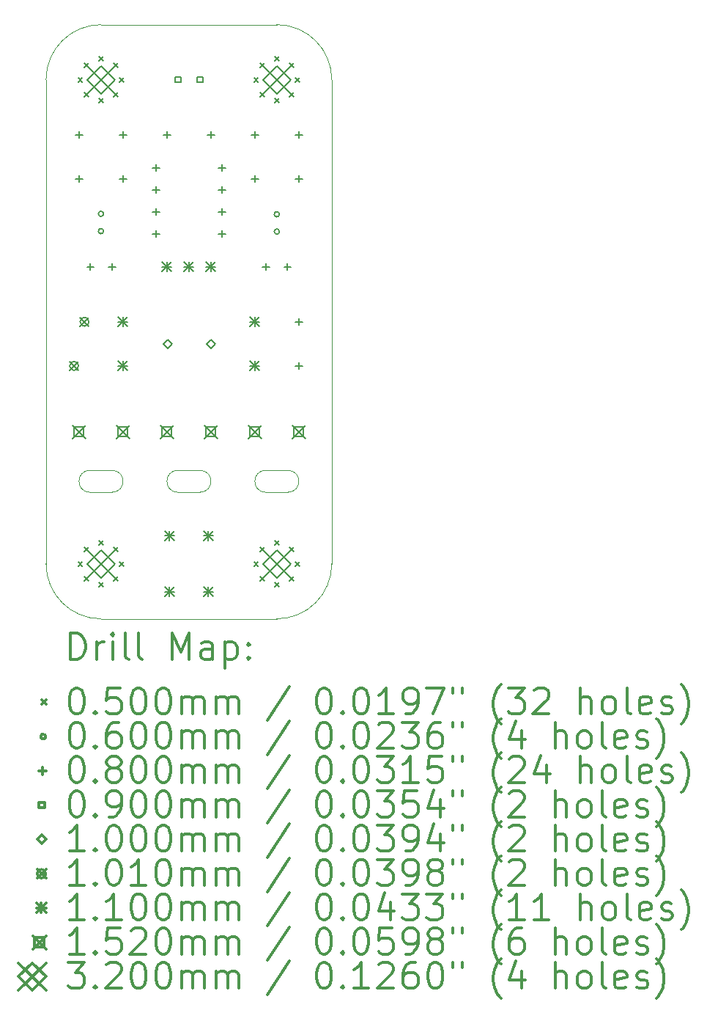
<source format=gbr>
%FSLAX45Y45*%
G04 Gerber Fmt 4.5, Leading zero omitted, Abs format (unit mm)*
G04 Created by KiCad (PCBNEW (5.1.10)-1) date 2021-09-21 19:59:02*
%MOMM*%
%LPD*%
G01*
G04 APERTURE LIST*
%TA.AperFunction,Profile*%
%ADD10C,0.050000*%
%TD*%
%ADD11C,0.200000*%
%ADD12C,0.300000*%
G04 APERTURE END LIST*
D10*
X11811000Y-9588500D02*
G75*
G02*
X11811000Y-9334500I0J127000D01*
G01*
X12065000Y-9334500D02*
G75*
G02*
X12065000Y-9588500I0J-127000D01*
G01*
X12065000Y-9588500D02*
X11811000Y-9588500D01*
X11811000Y-9334500D02*
X12065000Y-9334500D01*
X10033000Y-9334500D02*
G75*
G02*
X10033000Y-9588500I0J-127000D01*
G01*
X9779000Y-9588500D02*
G75*
G02*
X9779000Y-9334500I0J127000D01*
G01*
X9779000Y-9334500D02*
X10033000Y-9334500D01*
X10033000Y-9588500D02*
X9779000Y-9588500D01*
X11049000Y-9588500D02*
X10795000Y-9588500D01*
X10795000Y-9334500D02*
X11049000Y-9334500D01*
X10795000Y-9588500D02*
G75*
G02*
X10795000Y-9334500I0J127000D01*
G01*
X11049000Y-9334500D02*
G75*
G02*
X11049000Y-9588500I0J-127000D01*
G01*
X12573000Y-4826000D02*
X12573000Y-10414000D01*
X9906000Y-4191000D02*
X11938000Y-4191000D01*
X11938000Y-4191000D02*
G75*
G02*
X12573000Y-4826000I0J-635000D01*
G01*
X9271000Y-4826000D02*
G75*
G02*
X9906000Y-4191000I635000J0D01*
G01*
X9271000Y-10414000D02*
X9271000Y-4826000D01*
X9906000Y-11049000D02*
X11938000Y-11049000D01*
X12573000Y-10414000D02*
G75*
G02*
X11938000Y-11049000I-635000J0D01*
G01*
X9906000Y-11049000D02*
G75*
G02*
X9271000Y-10414000I0J635000D01*
G01*
D11*
X9641000Y-4801000D02*
X9691000Y-4851000D01*
X9691000Y-4801000D02*
X9641000Y-4851000D01*
X9641000Y-10389000D02*
X9691000Y-10439000D01*
X9691000Y-10389000D02*
X9641000Y-10439000D01*
X9711294Y-4631294D02*
X9761294Y-4681294D01*
X9761294Y-4631294D02*
X9711294Y-4681294D01*
X9711294Y-4970706D02*
X9761294Y-5020706D01*
X9761294Y-4970706D02*
X9711294Y-5020706D01*
X9711294Y-10219294D02*
X9761294Y-10269294D01*
X9761294Y-10219294D02*
X9711294Y-10269294D01*
X9711294Y-10558706D02*
X9761294Y-10608706D01*
X9761294Y-10558706D02*
X9711294Y-10608706D01*
X9881000Y-4561000D02*
X9931000Y-4611000D01*
X9931000Y-4561000D02*
X9881000Y-4611000D01*
X9881000Y-5041000D02*
X9931000Y-5091000D01*
X9931000Y-5041000D02*
X9881000Y-5091000D01*
X9881000Y-10149000D02*
X9931000Y-10199000D01*
X9931000Y-10149000D02*
X9881000Y-10199000D01*
X9881000Y-10629000D02*
X9931000Y-10679000D01*
X9931000Y-10629000D02*
X9881000Y-10679000D01*
X10050706Y-4631294D02*
X10100706Y-4681294D01*
X10100706Y-4631294D02*
X10050706Y-4681294D01*
X10050706Y-4970706D02*
X10100706Y-5020706D01*
X10100706Y-4970706D02*
X10050706Y-5020706D01*
X10050706Y-10219294D02*
X10100706Y-10269294D01*
X10100706Y-10219294D02*
X10050706Y-10269294D01*
X10050706Y-10558706D02*
X10100706Y-10608706D01*
X10100706Y-10558706D02*
X10050706Y-10608706D01*
X10121000Y-4801000D02*
X10171000Y-4851000D01*
X10171000Y-4801000D02*
X10121000Y-4851000D01*
X10121000Y-10389000D02*
X10171000Y-10439000D01*
X10171000Y-10389000D02*
X10121000Y-10439000D01*
X11673000Y-4801000D02*
X11723000Y-4851000D01*
X11723000Y-4801000D02*
X11673000Y-4851000D01*
X11673000Y-10389000D02*
X11723000Y-10439000D01*
X11723000Y-10389000D02*
X11673000Y-10439000D01*
X11743294Y-4631294D02*
X11793294Y-4681294D01*
X11793294Y-4631294D02*
X11743294Y-4681294D01*
X11743294Y-4970706D02*
X11793294Y-5020706D01*
X11793294Y-4970706D02*
X11743294Y-5020706D01*
X11743294Y-10219294D02*
X11793294Y-10269294D01*
X11793294Y-10219294D02*
X11743294Y-10269294D01*
X11743294Y-10558706D02*
X11793294Y-10608706D01*
X11793294Y-10558706D02*
X11743294Y-10608706D01*
X11913000Y-4561000D02*
X11963000Y-4611000D01*
X11963000Y-4561000D02*
X11913000Y-4611000D01*
X11913000Y-5041000D02*
X11963000Y-5091000D01*
X11963000Y-5041000D02*
X11913000Y-5091000D01*
X11913000Y-10149000D02*
X11963000Y-10199000D01*
X11963000Y-10149000D02*
X11913000Y-10199000D01*
X11913000Y-10629000D02*
X11963000Y-10679000D01*
X11963000Y-10629000D02*
X11913000Y-10679000D01*
X12082706Y-4631294D02*
X12132706Y-4681294D01*
X12132706Y-4631294D02*
X12082706Y-4681294D01*
X12082706Y-4970706D02*
X12132706Y-5020706D01*
X12132706Y-4970706D02*
X12082706Y-5020706D01*
X12082706Y-10219294D02*
X12132706Y-10269294D01*
X12132706Y-10219294D02*
X12082706Y-10269294D01*
X12082706Y-10558706D02*
X12132706Y-10608706D01*
X12132706Y-10558706D02*
X12082706Y-10608706D01*
X12153000Y-4801000D02*
X12203000Y-4851000D01*
X12203000Y-4801000D02*
X12153000Y-4851000D01*
X12153000Y-10389000D02*
X12203000Y-10439000D01*
X12203000Y-10389000D02*
X12153000Y-10439000D01*
X9936000Y-6374260D02*
G75*
G03*
X9936000Y-6374260I-30000J0D01*
G01*
X9936000Y-6574260D02*
G75*
G03*
X9936000Y-6574260I-30000J0D01*
G01*
X11968000Y-6379740D02*
G75*
G03*
X11968000Y-6379740I-30000J0D01*
G01*
X11968000Y-6579740D02*
G75*
G03*
X11968000Y-6579740I-30000J0D01*
G01*
X9652000Y-5421000D02*
X9652000Y-5501000D01*
X9612000Y-5461000D02*
X9692000Y-5461000D01*
X9652000Y-5929000D02*
X9652000Y-6009000D01*
X9612000Y-5969000D02*
X9692000Y-5969000D01*
X9783000Y-6945000D02*
X9783000Y-7025000D01*
X9743000Y-6985000D02*
X9823000Y-6985000D01*
X10033000Y-6945000D02*
X10033000Y-7025000D01*
X9993000Y-6985000D02*
X10073000Y-6985000D01*
X10160000Y-5421000D02*
X10160000Y-5501000D01*
X10120000Y-5461000D02*
X10200000Y-5461000D01*
X10160000Y-5929000D02*
X10160000Y-6009000D01*
X10120000Y-5969000D02*
X10200000Y-5969000D01*
X10541000Y-5802000D02*
X10541000Y-5882000D01*
X10501000Y-5842000D02*
X10581000Y-5842000D01*
X10541000Y-6056000D02*
X10541000Y-6136000D01*
X10501000Y-6096000D02*
X10581000Y-6096000D01*
X10541000Y-6310000D02*
X10541000Y-6390000D01*
X10501000Y-6350000D02*
X10581000Y-6350000D01*
X10541000Y-6564000D02*
X10541000Y-6644000D01*
X10501000Y-6604000D02*
X10581000Y-6604000D01*
X10668000Y-5421000D02*
X10668000Y-5501000D01*
X10628000Y-5461000D02*
X10708000Y-5461000D01*
X11176000Y-5421000D02*
X11176000Y-5501000D01*
X11136000Y-5461000D02*
X11216000Y-5461000D01*
X11303000Y-5802000D02*
X11303000Y-5882000D01*
X11263000Y-5842000D02*
X11343000Y-5842000D01*
X11303000Y-6056000D02*
X11303000Y-6136000D01*
X11263000Y-6096000D02*
X11343000Y-6096000D01*
X11303000Y-6310000D02*
X11303000Y-6390000D01*
X11263000Y-6350000D02*
X11343000Y-6350000D01*
X11303000Y-6564000D02*
X11303000Y-6644000D01*
X11263000Y-6604000D02*
X11343000Y-6604000D01*
X11684000Y-5421000D02*
X11684000Y-5501000D01*
X11644000Y-5461000D02*
X11724000Y-5461000D01*
X11684000Y-5929000D02*
X11684000Y-6009000D01*
X11644000Y-5969000D02*
X11724000Y-5969000D01*
X11811000Y-6945000D02*
X11811000Y-7025000D01*
X11771000Y-6985000D02*
X11851000Y-6985000D01*
X12061000Y-6945000D02*
X12061000Y-7025000D01*
X12021000Y-6985000D02*
X12101000Y-6985000D01*
X12192000Y-5421000D02*
X12192000Y-5501000D01*
X12152000Y-5461000D02*
X12232000Y-5461000D01*
X12192000Y-5929000D02*
X12192000Y-6009000D01*
X12152000Y-5969000D02*
X12232000Y-5969000D01*
X12192000Y-7580000D02*
X12192000Y-7660000D01*
X12152000Y-7620000D02*
X12232000Y-7620000D01*
X12192000Y-8088000D02*
X12192000Y-8168000D01*
X12152000Y-8128000D02*
X12232000Y-8128000D01*
X10826820Y-4857820D02*
X10826820Y-4794180D01*
X10763180Y-4794180D01*
X10763180Y-4857820D01*
X10826820Y-4857820D01*
X11080820Y-4857820D02*
X11080820Y-4794180D01*
X11017180Y-4794180D01*
X11017180Y-4857820D01*
X11080820Y-4857820D01*
X10676000Y-7924000D02*
X10726000Y-7874000D01*
X10676000Y-7824000D01*
X10626000Y-7874000D01*
X10676000Y-7924000D01*
X11176000Y-7924000D02*
X11226000Y-7874000D01*
X11176000Y-7824000D01*
X11126000Y-7874000D01*
X11176000Y-7924000D01*
X9545000Y-8079500D02*
X9646000Y-8180500D01*
X9646000Y-8079500D02*
X9545000Y-8180500D01*
X9646000Y-8130000D02*
G75*
G03*
X9646000Y-8130000I-50500J0D01*
G01*
X9665000Y-7569500D02*
X9766000Y-7670500D01*
X9766000Y-7569500D02*
X9665000Y-7670500D01*
X9766000Y-7620000D02*
G75*
G03*
X9766000Y-7620000I-50500J0D01*
G01*
X10105000Y-7565000D02*
X10215000Y-7675000D01*
X10215000Y-7565000D02*
X10105000Y-7675000D01*
X10160000Y-7565000D02*
X10160000Y-7675000D01*
X10105000Y-7620000D02*
X10215000Y-7620000D01*
X10105000Y-8073000D02*
X10215000Y-8183000D01*
X10215000Y-8073000D02*
X10105000Y-8183000D01*
X10160000Y-8073000D02*
X10160000Y-8183000D01*
X10105000Y-8128000D02*
X10215000Y-8128000D01*
X10613000Y-6930000D02*
X10723000Y-7040000D01*
X10723000Y-6930000D02*
X10613000Y-7040000D01*
X10668000Y-6930000D02*
X10668000Y-7040000D01*
X10613000Y-6985000D02*
X10723000Y-6985000D01*
X10642000Y-10034000D02*
X10752000Y-10144000D01*
X10752000Y-10034000D02*
X10642000Y-10144000D01*
X10697000Y-10034000D02*
X10697000Y-10144000D01*
X10642000Y-10089000D02*
X10752000Y-10089000D01*
X10642000Y-10684000D02*
X10752000Y-10794000D01*
X10752000Y-10684000D02*
X10642000Y-10794000D01*
X10697000Y-10684000D02*
X10697000Y-10794000D01*
X10642000Y-10739000D02*
X10752000Y-10739000D01*
X10867000Y-6930000D02*
X10977000Y-7040000D01*
X10977000Y-6930000D02*
X10867000Y-7040000D01*
X10922000Y-6930000D02*
X10922000Y-7040000D01*
X10867000Y-6985000D02*
X10977000Y-6985000D01*
X11092000Y-10034000D02*
X11202000Y-10144000D01*
X11202000Y-10034000D02*
X11092000Y-10144000D01*
X11147000Y-10034000D02*
X11147000Y-10144000D01*
X11092000Y-10089000D02*
X11202000Y-10089000D01*
X11092000Y-10684000D02*
X11202000Y-10794000D01*
X11202000Y-10684000D02*
X11092000Y-10794000D01*
X11147000Y-10684000D02*
X11147000Y-10794000D01*
X11092000Y-10739000D02*
X11202000Y-10739000D01*
X11121000Y-6930000D02*
X11231000Y-7040000D01*
X11231000Y-6930000D02*
X11121000Y-7040000D01*
X11176000Y-6930000D02*
X11176000Y-7040000D01*
X11121000Y-6985000D02*
X11231000Y-6985000D01*
X11629000Y-7565000D02*
X11739000Y-7675000D01*
X11739000Y-7565000D02*
X11629000Y-7675000D01*
X11684000Y-7565000D02*
X11684000Y-7675000D01*
X11629000Y-7620000D02*
X11739000Y-7620000D01*
X11629000Y-8073000D02*
X11739000Y-8183000D01*
X11739000Y-8073000D02*
X11629000Y-8183000D01*
X11684000Y-8073000D02*
X11684000Y-8183000D01*
X11629000Y-8128000D02*
X11739000Y-8128000D01*
X9576000Y-8814000D02*
X9728000Y-8966000D01*
X9728000Y-8814000D02*
X9576000Y-8966000D01*
X9705741Y-8943741D02*
X9705741Y-8836259D01*
X9598259Y-8836259D01*
X9598259Y-8943741D01*
X9705741Y-8943741D01*
X10084000Y-8814000D02*
X10236000Y-8966000D01*
X10236000Y-8814000D02*
X10084000Y-8966000D01*
X10213741Y-8943741D02*
X10213741Y-8836259D01*
X10106259Y-8836259D01*
X10106259Y-8943741D01*
X10213741Y-8943741D01*
X10592000Y-8814000D02*
X10744000Y-8966000D01*
X10744000Y-8814000D02*
X10592000Y-8966000D01*
X10721741Y-8943741D02*
X10721741Y-8836259D01*
X10614259Y-8836259D01*
X10614259Y-8943741D01*
X10721741Y-8943741D01*
X11100000Y-8814000D02*
X11252000Y-8966000D01*
X11252000Y-8814000D02*
X11100000Y-8966000D01*
X11229741Y-8943741D02*
X11229741Y-8836259D01*
X11122259Y-8836259D01*
X11122259Y-8943741D01*
X11229741Y-8943741D01*
X11608000Y-8814000D02*
X11760000Y-8966000D01*
X11760000Y-8814000D02*
X11608000Y-8966000D01*
X11737741Y-8943741D02*
X11737741Y-8836259D01*
X11630259Y-8836259D01*
X11630259Y-8943741D01*
X11737741Y-8943741D01*
X12116000Y-8814000D02*
X12268000Y-8966000D01*
X12268000Y-8814000D02*
X12116000Y-8966000D01*
X12245741Y-8943741D02*
X12245741Y-8836259D01*
X12138259Y-8836259D01*
X12138259Y-8943741D01*
X12245741Y-8943741D01*
X9746000Y-4666000D02*
X10066000Y-4986000D01*
X10066000Y-4666000D02*
X9746000Y-4986000D01*
X9906000Y-4986000D02*
X10066000Y-4826000D01*
X9906000Y-4666000D01*
X9746000Y-4826000D01*
X9906000Y-4986000D01*
X9746000Y-10254000D02*
X10066000Y-10574000D01*
X10066000Y-10254000D02*
X9746000Y-10574000D01*
X9906000Y-10574000D02*
X10066000Y-10414000D01*
X9906000Y-10254000D01*
X9746000Y-10414000D01*
X9906000Y-10574000D01*
X11778000Y-4666000D02*
X12098000Y-4986000D01*
X12098000Y-4666000D02*
X11778000Y-4986000D01*
X11938000Y-4986000D02*
X12098000Y-4826000D01*
X11938000Y-4666000D01*
X11778000Y-4826000D01*
X11938000Y-4986000D01*
X11778000Y-10254000D02*
X12098000Y-10574000D01*
X12098000Y-10254000D02*
X11778000Y-10574000D01*
X11938000Y-10574000D02*
X12098000Y-10414000D01*
X11938000Y-10254000D01*
X11778000Y-10414000D01*
X11938000Y-10574000D01*
D12*
X9554928Y-11517214D02*
X9554928Y-11217214D01*
X9626357Y-11217214D01*
X9669214Y-11231500D01*
X9697786Y-11260071D01*
X9712071Y-11288643D01*
X9726357Y-11345786D01*
X9726357Y-11388643D01*
X9712071Y-11445786D01*
X9697786Y-11474357D01*
X9669214Y-11502929D01*
X9626357Y-11517214D01*
X9554928Y-11517214D01*
X9854928Y-11517214D02*
X9854928Y-11317214D01*
X9854928Y-11374357D02*
X9869214Y-11345786D01*
X9883500Y-11331500D01*
X9912071Y-11317214D01*
X9940643Y-11317214D01*
X10040643Y-11517214D02*
X10040643Y-11317214D01*
X10040643Y-11217214D02*
X10026357Y-11231500D01*
X10040643Y-11245786D01*
X10054928Y-11231500D01*
X10040643Y-11217214D01*
X10040643Y-11245786D01*
X10226357Y-11517214D02*
X10197786Y-11502929D01*
X10183500Y-11474357D01*
X10183500Y-11217214D01*
X10383500Y-11517214D02*
X10354928Y-11502929D01*
X10340643Y-11474357D01*
X10340643Y-11217214D01*
X10726357Y-11517214D02*
X10726357Y-11217214D01*
X10826357Y-11431500D01*
X10926357Y-11217214D01*
X10926357Y-11517214D01*
X11197786Y-11517214D02*
X11197786Y-11360071D01*
X11183500Y-11331500D01*
X11154928Y-11317214D01*
X11097786Y-11317214D01*
X11069214Y-11331500D01*
X11197786Y-11502929D02*
X11169214Y-11517214D01*
X11097786Y-11517214D01*
X11069214Y-11502929D01*
X11054928Y-11474357D01*
X11054928Y-11445786D01*
X11069214Y-11417214D01*
X11097786Y-11402929D01*
X11169214Y-11402929D01*
X11197786Y-11388643D01*
X11340643Y-11317214D02*
X11340643Y-11617214D01*
X11340643Y-11331500D02*
X11369214Y-11317214D01*
X11426357Y-11317214D01*
X11454928Y-11331500D01*
X11469214Y-11345786D01*
X11483500Y-11374357D01*
X11483500Y-11460071D01*
X11469214Y-11488643D01*
X11454928Y-11502929D01*
X11426357Y-11517214D01*
X11369214Y-11517214D01*
X11340643Y-11502929D01*
X11612071Y-11488643D02*
X11626357Y-11502929D01*
X11612071Y-11517214D01*
X11597786Y-11502929D01*
X11612071Y-11488643D01*
X11612071Y-11517214D01*
X11612071Y-11331500D02*
X11626357Y-11345786D01*
X11612071Y-11360071D01*
X11597786Y-11345786D01*
X11612071Y-11331500D01*
X11612071Y-11360071D01*
X9218500Y-11986500D02*
X9268500Y-12036500D01*
X9268500Y-11986500D02*
X9218500Y-12036500D01*
X9612071Y-11847214D02*
X9640643Y-11847214D01*
X9669214Y-11861500D01*
X9683500Y-11875786D01*
X9697786Y-11904357D01*
X9712071Y-11961500D01*
X9712071Y-12032929D01*
X9697786Y-12090071D01*
X9683500Y-12118643D01*
X9669214Y-12132929D01*
X9640643Y-12147214D01*
X9612071Y-12147214D01*
X9583500Y-12132929D01*
X9569214Y-12118643D01*
X9554928Y-12090071D01*
X9540643Y-12032929D01*
X9540643Y-11961500D01*
X9554928Y-11904357D01*
X9569214Y-11875786D01*
X9583500Y-11861500D01*
X9612071Y-11847214D01*
X9840643Y-12118643D02*
X9854928Y-12132929D01*
X9840643Y-12147214D01*
X9826357Y-12132929D01*
X9840643Y-12118643D01*
X9840643Y-12147214D01*
X10126357Y-11847214D02*
X9983500Y-11847214D01*
X9969214Y-11990071D01*
X9983500Y-11975786D01*
X10012071Y-11961500D01*
X10083500Y-11961500D01*
X10112071Y-11975786D01*
X10126357Y-11990071D01*
X10140643Y-12018643D01*
X10140643Y-12090071D01*
X10126357Y-12118643D01*
X10112071Y-12132929D01*
X10083500Y-12147214D01*
X10012071Y-12147214D01*
X9983500Y-12132929D01*
X9969214Y-12118643D01*
X10326357Y-11847214D02*
X10354928Y-11847214D01*
X10383500Y-11861500D01*
X10397786Y-11875786D01*
X10412071Y-11904357D01*
X10426357Y-11961500D01*
X10426357Y-12032929D01*
X10412071Y-12090071D01*
X10397786Y-12118643D01*
X10383500Y-12132929D01*
X10354928Y-12147214D01*
X10326357Y-12147214D01*
X10297786Y-12132929D01*
X10283500Y-12118643D01*
X10269214Y-12090071D01*
X10254928Y-12032929D01*
X10254928Y-11961500D01*
X10269214Y-11904357D01*
X10283500Y-11875786D01*
X10297786Y-11861500D01*
X10326357Y-11847214D01*
X10612071Y-11847214D02*
X10640643Y-11847214D01*
X10669214Y-11861500D01*
X10683500Y-11875786D01*
X10697786Y-11904357D01*
X10712071Y-11961500D01*
X10712071Y-12032929D01*
X10697786Y-12090071D01*
X10683500Y-12118643D01*
X10669214Y-12132929D01*
X10640643Y-12147214D01*
X10612071Y-12147214D01*
X10583500Y-12132929D01*
X10569214Y-12118643D01*
X10554928Y-12090071D01*
X10540643Y-12032929D01*
X10540643Y-11961500D01*
X10554928Y-11904357D01*
X10569214Y-11875786D01*
X10583500Y-11861500D01*
X10612071Y-11847214D01*
X10840643Y-12147214D02*
X10840643Y-11947214D01*
X10840643Y-11975786D02*
X10854928Y-11961500D01*
X10883500Y-11947214D01*
X10926357Y-11947214D01*
X10954928Y-11961500D01*
X10969214Y-11990071D01*
X10969214Y-12147214D01*
X10969214Y-11990071D02*
X10983500Y-11961500D01*
X11012071Y-11947214D01*
X11054928Y-11947214D01*
X11083500Y-11961500D01*
X11097786Y-11990071D01*
X11097786Y-12147214D01*
X11240643Y-12147214D02*
X11240643Y-11947214D01*
X11240643Y-11975786D02*
X11254928Y-11961500D01*
X11283500Y-11947214D01*
X11326357Y-11947214D01*
X11354928Y-11961500D01*
X11369214Y-11990071D01*
X11369214Y-12147214D01*
X11369214Y-11990071D02*
X11383500Y-11961500D01*
X11412071Y-11947214D01*
X11454928Y-11947214D01*
X11483500Y-11961500D01*
X11497786Y-11990071D01*
X11497786Y-12147214D01*
X12083500Y-11832929D02*
X11826357Y-12218643D01*
X12469214Y-11847214D02*
X12497786Y-11847214D01*
X12526357Y-11861500D01*
X12540643Y-11875786D01*
X12554928Y-11904357D01*
X12569214Y-11961500D01*
X12569214Y-12032929D01*
X12554928Y-12090071D01*
X12540643Y-12118643D01*
X12526357Y-12132929D01*
X12497786Y-12147214D01*
X12469214Y-12147214D01*
X12440643Y-12132929D01*
X12426357Y-12118643D01*
X12412071Y-12090071D01*
X12397786Y-12032929D01*
X12397786Y-11961500D01*
X12412071Y-11904357D01*
X12426357Y-11875786D01*
X12440643Y-11861500D01*
X12469214Y-11847214D01*
X12697786Y-12118643D02*
X12712071Y-12132929D01*
X12697786Y-12147214D01*
X12683500Y-12132929D01*
X12697786Y-12118643D01*
X12697786Y-12147214D01*
X12897786Y-11847214D02*
X12926357Y-11847214D01*
X12954928Y-11861500D01*
X12969214Y-11875786D01*
X12983500Y-11904357D01*
X12997786Y-11961500D01*
X12997786Y-12032929D01*
X12983500Y-12090071D01*
X12969214Y-12118643D01*
X12954928Y-12132929D01*
X12926357Y-12147214D01*
X12897786Y-12147214D01*
X12869214Y-12132929D01*
X12854928Y-12118643D01*
X12840643Y-12090071D01*
X12826357Y-12032929D01*
X12826357Y-11961500D01*
X12840643Y-11904357D01*
X12854928Y-11875786D01*
X12869214Y-11861500D01*
X12897786Y-11847214D01*
X13283500Y-12147214D02*
X13112071Y-12147214D01*
X13197786Y-12147214D02*
X13197786Y-11847214D01*
X13169214Y-11890071D01*
X13140643Y-11918643D01*
X13112071Y-11932929D01*
X13426357Y-12147214D02*
X13483500Y-12147214D01*
X13512071Y-12132929D01*
X13526357Y-12118643D01*
X13554928Y-12075786D01*
X13569214Y-12018643D01*
X13569214Y-11904357D01*
X13554928Y-11875786D01*
X13540643Y-11861500D01*
X13512071Y-11847214D01*
X13454928Y-11847214D01*
X13426357Y-11861500D01*
X13412071Y-11875786D01*
X13397786Y-11904357D01*
X13397786Y-11975786D01*
X13412071Y-12004357D01*
X13426357Y-12018643D01*
X13454928Y-12032929D01*
X13512071Y-12032929D01*
X13540643Y-12018643D01*
X13554928Y-12004357D01*
X13569214Y-11975786D01*
X13669214Y-11847214D02*
X13869214Y-11847214D01*
X13740643Y-12147214D01*
X13969214Y-11847214D02*
X13969214Y-11904357D01*
X14083500Y-11847214D02*
X14083500Y-11904357D01*
X14526357Y-12261500D02*
X14512071Y-12247214D01*
X14483500Y-12204357D01*
X14469214Y-12175786D01*
X14454928Y-12132929D01*
X14440643Y-12061500D01*
X14440643Y-12004357D01*
X14454928Y-11932929D01*
X14469214Y-11890071D01*
X14483500Y-11861500D01*
X14512071Y-11818643D01*
X14526357Y-11804357D01*
X14612071Y-11847214D02*
X14797786Y-11847214D01*
X14697786Y-11961500D01*
X14740643Y-11961500D01*
X14769214Y-11975786D01*
X14783500Y-11990071D01*
X14797786Y-12018643D01*
X14797786Y-12090071D01*
X14783500Y-12118643D01*
X14769214Y-12132929D01*
X14740643Y-12147214D01*
X14654928Y-12147214D01*
X14626357Y-12132929D01*
X14612071Y-12118643D01*
X14912071Y-11875786D02*
X14926357Y-11861500D01*
X14954928Y-11847214D01*
X15026357Y-11847214D01*
X15054928Y-11861500D01*
X15069214Y-11875786D01*
X15083500Y-11904357D01*
X15083500Y-11932929D01*
X15069214Y-11975786D01*
X14897786Y-12147214D01*
X15083500Y-12147214D01*
X15440643Y-12147214D02*
X15440643Y-11847214D01*
X15569214Y-12147214D02*
X15569214Y-11990071D01*
X15554928Y-11961500D01*
X15526357Y-11947214D01*
X15483500Y-11947214D01*
X15454928Y-11961500D01*
X15440643Y-11975786D01*
X15754928Y-12147214D02*
X15726357Y-12132929D01*
X15712071Y-12118643D01*
X15697786Y-12090071D01*
X15697786Y-12004357D01*
X15712071Y-11975786D01*
X15726357Y-11961500D01*
X15754928Y-11947214D01*
X15797786Y-11947214D01*
X15826357Y-11961500D01*
X15840643Y-11975786D01*
X15854928Y-12004357D01*
X15854928Y-12090071D01*
X15840643Y-12118643D01*
X15826357Y-12132929D01*
X15797786Y-12147214D01*
X15754928Y-12147214D01*
X16026357Y-12147214D02*
X15997786Y-12132929D01*
X15983500Y-12104357D01*
X15983500Y-11847214D01*
X16254928Y-12132929D02*
X16226357Y-12147214D01*
X16169214Y-12147214D01*
X16140643Y-12132929D01*
X16126357Y-12104357D01*
X16126357Y-11990071D01*
X16140643Y-11961500D01*
X16169214Y-11947214D01*
X16226357Y-11947214D01*
X16254928Y-11961500D01*
X16269214Y-11990071D01*
X16269214Y-12018643D01*
X16126357Y-12047214D01*
X16383500Y-12132929D02*
X16412071Y-12147214D01*
X16469214Y-12147214D01*
X16497786Y-12132929D01*
X16512071Y-12104357D01*
X16512071Y-12090071D01*
X16497786Y-12061500D01*
X16469214Y-12047214D01*
X16426357Y-12047214D01*
X16397786Y-12032929D01*
X16383500Y-12004357D01*
X16383500Y-11990071D01*
X16397786Y-11961500D01*
X16426357Y-11947214D01*
X16469214Y-11947214D01*
X16497786Y-11961500D01*
X16612071Y-12261500D02*
X16626357Y-12247214D01*
X16654928Y-12204357D01*
X16669214Y-12175786D01*
X16683500Y-12132929D01*
X16697786Y-12061500D01*
X16697786Y-12004357D01*
X16683500Y-11932929D01*
X16669214Y-11890071D01*
X16654928Y-11861500D01*
X16626357Y-11818643D01*
X16612071Y-11804357D01*
X9268500Y-12407500D02*
G75*
G03*
X9268500Y-12407500I-30000J0D01*
G01*
X9612071Y-12243214D02*
X9640643Y-12243214D01*
X9669214Y-12257500D01*
X9683500Y-12271786D01*
X9697786Y-12300357D01*
X9712071Y-12357500D01*
X9712071Y-12428929D01*
X9697786Y-12486071D01*
X9683500Y-12514643D01*
X9669214Y-12528929D01*
X9640643Y-12543214D01*
X9612071Y-12543214D01*
X9583500Y-12528929D01*
X9569214Y-12514643D01*
X9554928Y-12486071D01*
X9540643Y-12428929D01*
X9540643Y-12357500D01*
X9554928Y-12300357D01*
X9569214Y-12271786D01*
X9583500Y-12257500D01*
X9612071Y-12243214D01*
X9840643Y-12514643D02*
X9854928Y-12528929D01*
X9840643Y-12543214D01*
X9826357Y-12528929D01*
X9840643Y-12514643D01*
X9840643Y-12543214D01*
X10112071Y-12243214D02*
X10054928Y-12243214D01*
X10026357Y-12257500D01*
X10012071Y-12271786D01*
X9983500Y-12314643D01*
X9969214Y-12371786D01*
X9969214Y-12486071D01*
X9983500Y-12514643D01*
X9997786Y-12528929D01*
X10026357Y-12543214D01*
X10083500Y-12543214D01*
X10112071Y-12528929D01*
X10126357Y-12514643D01*
X10140643Y-12486071D01*
X10140643Y-12414643D01*
X10126357Y-12386071D01*
X10112071Y-12371786D01*
X10083500Y-12357500D01*
X10026357Y-12357500D01*
X9997786Y-12371786D01*
X9983500Y-12386071D01*
X9969214Y-12414643D01*
X10326357Y-12243214D02*
X10354928Y-12243214D01*
X10383500Y-12257500D01*
X10397786Y-12271786D01*
X10412071Y-12300357D01*
X10426357Y-12357500D01*
X10426357Y-12428929D01*
X10412071Y-12486071D01*
X10397786Y-12514643D01*
X10383500Y-12528929D01*
X10354928Y-12543214D01*
X10326357Y-12543214D01*
X10297786Y-12528929D01*
X10283500Y-12514643D01*
X10269214Y-12486071D01*
X10254928Y-12428929D01*
X10254928Y-12357500D01*
X10269214Y-12300357D01*
X10283500Y-12271786D01*
X10297786Y-12257500D01*
X10326357Y-12243214D01*
X10612071Y-12243214D02*
X10640643Y-12243214D01*
X10669214Y-12257500D01*
X10683500Y-12271786D01*
X10697786Y-12300357D01*
X10712071Y-12357500D01*
X10712071Y-12428929D01*
X10697786Y-12486071D01*
X10683500Y-12514643D01*
X10669214Y-12528929D01*
X10640643Y-12543214D01*
X10612071Y-12543214D01*
X10583500Y-12528929D01*
X10569214Y-12514643D01*
X10554928Y-12486071D01*
X10540643Y-12428929D01*
X10540643Y-12357500D01*
X10554928Y-12300357D01*
X10569214Y-12271786D01*
X10583500Y-12257500D01*
X10612071Y-12243214D01*
X10840643Y-12543214D02*
X10840643Y-12343214D01*
X10840643Y-12371786D02*
X10854928Y-12357500D01*
X10883500Y-12343214D01*
X10926357Y-12343214D01*
X10954928Y-12357500D01*
X10969214Y-12386071D01*
X10969214Y-12543214D01*
X10969214Y-12386071D02*
X10983500Y-12357500D01*
X11012071Y-12343214D01*
X11054928Y-12343214D01*
X11083500Y-12357500D01*
X11097786Y-12386071D01*
X11097786Y-12543214D01*
X11240643Y-12543214D02*
X11240643Y-12343214D01*
X11240643Y-12371786D02*
X11254928Y-12357500D01*
X11283500Y-12343214D01*
X11326357Y-12343214D01*
X11354928Y-12357500D01*
X11369214Y-12386071D01*
X11369214Y-12543214D01*
X11369214Y-12386071D02*
X11383500Y-12357500D01*
X11412071Y-12343214D01*
X11454928Y-12343214D01*
X11483500Y-12357500D01*
X11497786Y-12386071D01*
X11497786Y-12543214D01*
X12083500Y-12228929D02*
X11826357Y-12614643D01*
X12469214Y-12243214D02*
X12497786Y-12243214D01*
X12526357Y-12257500D01*
X12540643Y-12271786D01*
X12554928Y-12300357D01*
X12569214Y-12357500D01*
X12569214Y-12428929D01*
X12554928Y-12486071D01*
X12540643Y-12514643D01*
X12526357Y-12528929D01*
X12497786Y-12543214D01*
X12469214Y-12543214D01*
X12440643Y-12528929D01*
X12426357Y-12514643D01*
X12412071Y-12486071D01*
X12397786Y-12428929D01*
X12397786Y-12357500D01*
X12412071Y-12300357D01*
X12426357Y-12271786D01*
X12440643Y-12257500D01*
X12469214Y-12243214D01*
X12697786Y-12514643D02*
X12712071Y-12528929D01*
X12697786Y-12543214D01*
X12683500Y-12528929D01*
X12697786Y-12514643D01*
X12697786Y-12543214D01*
X12897786Y-12243214D02*
X12926357Y-12243214D01*
X12954928Y-12257500D01*
X12969214Y-12271786D01*
X12983500Y-12300357D01*
X12997786Y-12357500D01*
X12997786Y-12428929D01*
X12983500Y-12486071D01*
X12969214Y-12514643D01*
X12954928Y-12528929D01*
X12926357Y-12543214D01*
X12897786Y-12543214D01*
X12869214Y-12528929D01*
X12854928Y-12514643D01*
X12840643Y-12486071D01*
X12826357Y-12428929D01*
X12826357Y-12357500D01*
X12840643Y-12300357D01*
X12854928Y-12271786D01*
X12869214Y-12257500D01*
X12897786Y-12243214D01*
X13112071Y-12271786D02*
X13126357Y-12257500D01*
X13154928Y-12243214D01*
X13226357Y-12243214D01*
X13254928Y-12257500D01*
X13269214Y-12271786D01*
X13283500Y-12300357D01*
X13283500Y-12328929D01*
X13269214Y-12371786D01*
X13097786Y-12543214D01*
X13283500Y-12543214D01*
X13383500Y-12243214D02*
X13569214Y-12243214D01*
X13469214Y-12357500D01*
X13512071Y-12357500D01*
X13540643Y-12371786D01*
X13554928Y-12386071D01*
X13569214Y-12414643D01*
X13569214Y-12486071D01*
X13554928Y-12514643D01*
X13540643Y-12528929D01*
X13512071Y-12543214D01*
X13426357Y-12543214D01*
X13397786Y-12528929D01*
X13383500Y-12514643D01*
X13826357Y-12243214D02*
X13769214Y-12243214D01*
X13740643Y-12257500D01*
X13726357Y-12271786D01*
X13697786Y-12314643D01*
X13683500Y-12371786D01*
X13683500Y-12486071D01*
X13697786Y-12514643D01*
X13712071Y-12528929D01*
X13740643Y-12543214D01*
X13797786Y-12543214D01*
X13826357Y-12528929D01*
X13840643Y-12514643D01*
X13854928Y-12486071D01*
X13854928Y-12414643D01*
X13840643Y-12386071D01*
X13826357Y-12371786D01*
X13797786Y-12357500D01*
X13740643Y-12357500D01*
X13712071Y-12371786D01*
X13697786Y-12386071D01*
X13683500Y-12414643D01*
X13969214Y-12243214D02*
X13969214Y-12300357D01*
X14083500Y-12243214D02*
X14083500Y-12300357D01*
X14526357Y-12657500D02*
X14512071Y-12643214D01*
X14483500Y-12600357D01*
X14469214Y-12571786D01*
X14454928Y-12528929D01*
X14440643Y-12457500D01*
X14440643Y-12400357D01*
X14454928Y-12328929D01*
X14469214Y-12286071D01*
X14483500Y-12257500D01*
X14512071Y-12214643D01*
X14526357Y-12200357D01*
X14769214Y-12343214D02*
X14769214Y-12543214D01*
X14697786Y-12228929D02*
X14626357Y-12443214D01*
X14812071Y-12443214D01*
X15154928Y-12543214D02*
X15154928Y-12243214D01*
X15283500Y-12543214D02*
X15283500Y-12386071D01*
X15269214Y-12357500D01*
X15240643Y-12343214D01*
X15197786Y-12343214D01*
X15169214Y-12357500D01*
X15154928Y-12371786D01*
X15469214Y-12543214D02*
X15440643Y-12528929D01*
X15426357Y-12514643D01*
X15412071Y-12486071D01*
X15412071Y-12400357D01*
X15426357Y-12371786D01*
X15440643Y-12357500D01*
X15469214Y-12343214D01*
X15512071Y-12343214D01*
X15540643Y-12357500D01*
X15554928Y-12371786D01*
X15569214Y-12400357D01*
X15569214Y-12486071D01*
X15554928Y-12514643D01*
X15540643Y-12528929D01*
X15512071Y-12543214D01*
X15469214Y-12543214D01*
X15740643Y-12543214D02*
X15712071Y-12528929D01*
X15697786Y-12500357D01*
X15697786Y-12243214D01*
X15969214Y-12528929D02*
X15940643Y-12543214D01*
X15883500Y-12543214D01*
X15854928Y-12528929D01*
X15840643Y-12500357D01*
X15840643Y-12386071D01*
X15854928Y-12357500D01*
X15883500Y-12343214D01*
X15940643Y-12343214D01*
X15969214Y-12357500D01*
X15983500Y-12386071D01*
X15983500Y-12414643D01*
X15840643Y-12443214D01*
X16097786Y-12528929D02*
X16126357Y-12543214D01*
X16183500Y-12543214D01*
X16212071Y-12528929D01*
X16226357Y-12500357D01*
X16226357Y-12486071D01*
X16212071Y-12457500D01*
X16183500Y-12443214D01*
X16140643Y-12443214D01*
X16112071Y-12428929D01*
X16097786Y-12400357D01*
X16097786Y-12386071D01*
X16112071Y-12357500D01*
X16140643Y-12343214D01*
X16183500Y-12343214D01*
X16212071Y-12357500D01*
X16326357Y-12657500D02*
X16340643Y-12643214D01*
X16369214Y-12600357D01*
X16383500Y-12571786D01*
X16397786Y-12528929D01*
X16412071Y-12457500D01*
X16412071Y-12400357D01*
X16397786Y-12328929D01*
X16383500Y-12286071D01*
X16369214Y-12257500D01*
X16340643Y-12214643D01*
X16326357Y-12200357D01*
X9228500Y-12763500D02*
X9228500Y-12843500D01*
X9188500Y-12803500D02*
X9268500Y-12803500D01*
X9612071Y-12639214D02*
X9640643Y-12639214D01*
X9669214Y-12653500D01*
X9683500Y-12667786D01*
X9697786Y-12696357D01*
X9712071Y-12753500D01*
X9712071Y-12824929D01*
X9697786Y-12882071D01*
X9683500Y-12910643D01*
X9669214Y-12924929D01*
X9640643Y-12939214D01*
X9612071Y-12939214D01*
X9583500Y-12924929D01*
X9569214Y-12910643D01*
X9554928Y-12882071D01*
X9540643Y-12824929D01*
X9540643Y-12753500D01*
X9554928Y-12696357D01*
X9569214Y-12667786D01*
X9583500Y-12653500D01*
X9612071Y-12639214D01*
X9840643Y-12910643D02*
X9854928Y-12924929D01*
X9840643Y-12939214D01*
X9826357Y-12924929D01*
X9840643Y-12910643D01*
X9840643Y-12939214D01*
X10026357Y-12767786D02*
X9997786Y-12753500D01*
X9983500Y-12739214D01*
X9969214Y-12710643D01*
X9969214Y-12696357D01*
X9983500Y-12667786D01*
X9997786Y-12653500D01*
X10026357Y-12639214D01*
X10083500Y-12639214D01*
X10112071Y-12653500D01*
X10126357Y-12667786D01*
X10140643Y-12696357D01*
X10140643Y-12710643D01*
X10126357Y-12739214D01*
X10112071Y-12753500D01*
X10083500Y-12767786D01*
X10026357Y-12767786D01*
X9997786Y-12782071D01*
X9983500Y-12796357D01*
X9969214Y-12824929D01*
X9969214Y-12882071D01*
X9983500Y-12910643D01*
X9997786Y-12924929D01*
X10026357Y-12939214D01*
X10083500Y-12939214D01*
X10112071Y-12924929D01*
X10126357Y-12910643D01*
X10140643Y-12882071D01*
X10140643Y-12824929D01*
X10126357Y-12796357D01*
X10112071Y-12782071D01*
X10083500Y-12767786D01*
X10326357Y-12639214D02*
X10354928Y-12639214D01*
X10383500Y-12653500D01*
X10397786Y-12667786D01*
X10412071Y-12696357D01*
X10426357Y-12753500D01*
X10426357Y-12824929D01*
X10412071Y-12882071D01*
X10397786Y-12910643D01*
X10383500Y-12924929D01*
X10354928Y-12939214D01*
X10326357Y-12939214D01*
X10297786Y-12924929D01*
X10283500Y-12910643D01*
X10269214Y-12882071D01*
X10254928Y-12824929D01*
X10254928Y-12753500D01*
X10269214Y-12696357D01*
X10283500Y-12667786D01*
X10297786Y-12653500D01*
X10326357Y-12639214D01*
X10612071Y-12639214D02*
X10640643Y-12639214D01*
X10669214Y-12653500D01*
X10683500Y-12667786D01*
X10697786Y-12696357D01*
X10712071Y-12753500D01*
X10712071Y-12824929D01*
X10697786Y-12882071D01*
X10683500Y-12910643D01*
X10669214Y-12924929D01*
X10640643Y-12939214D01*
X10612071Y-12939214D01*
X10583500Y-12924929D01*
X10569214Y-12910643D01*
X10554928Y-12882071D01*
X10540643Y-12824929D01*
X10540643Y-12753500D01*
X10554928Y-12696357D01*
X10569214Y-12667786D01*
X10583500Y-12653500D01*
X10612071Y-12639214D01*
X10840643Y-12939214D02*
X10840643Y-12739214D01*
X10840643Y-12767786D02*
X10854928Y-12753500D01*
X10883500Y-12739214D01*
X10926357Y-12739214D01*
X10954928Y-12753500D01*
X10969214Y-12782071D01*
X10969214Y-12939214D01*
X10969214Y-12782071D02*
X10983500Y-12753500D01*
X11012071Y-12739214D01*
X11054928Y-12739214D01*
X11083500Y-12753500D01*
X11097786Y-12782071D01*
X11097786Y-12939214D01*
X11240643Y-12939214D02*
X11240643Y-12739214D01*
X11240643Y-12767786D02*
X11254928Y-12753500D01*
X11283500Y-12739214D01*
X11326357Y-12739214D01*
X11354928Y-12753500D01*
X11369214Y-12782071D01*
X11369214Y-12939214D01*
X11369214Y-12782071D02*
X11383500Y-12753500D01*
X11412071Y-12739214D01*
X11454928Y-12739214D01*
X11483500Y-12753500D01*
X11497786Y-12782071D01*
X11497786Y-12939214D01*
X12083500Y-12624929D02*
X11826357Y-13010643D01*
X12469214Y-12639214D02*
X12497786Y-12639214D01*
X12526357Y-12653500D01*
X12540643Y-12667786D01*
X12554928Y-12696357D01*
X12569214Y-12753500D01*
X12569214Y-12824929D01*
X12554928Y-12882071D01*
X12540643Y-12910643D01*
X12526357Y-12924929D01*
X12497786Y-12939214D01*
X12469214Y-12939214D01*
X12440643Y-12924929D01*
X12426357Y-12910643D01*
X12412071Y-12882071D01*
X12397786Y-12824929D01*
X12397786Y-12753500D01*
X12412071Y-12696357D01*
X12426357Y-12667786D01*
X12440643Y-12653500D01*
X12469214Y-12639214D01*
X12697786Y-12910643D02*
X12712071Y-12924929D01*
X12697786Y-12939214D01*
X12683500Y-12924929D01*
X12697786Y-12910643D01*
X12697786Y-12939214D01*
X12897786Y-12639214D02*
X12926357Y-12639214D01*
X12954928Y-12653500D01*
X12969214Y-12667786D01*
X12983500Y-12696357D01*
X12997786Y-12753500D01*
X12997786Y-12824929D01*
X12983500Y-12882071D01*
X12969214Y-12910643D01*
X12954928Y-12924929D01*
X12926357Y-12939214D01*
X12897786Y-12939214D01*
X12869214Y-12924929D01*
X12854928Y-12910643D01*
X12840643Y-12882071D01*
X12826357Y-12824929D01*
X12826357Y-12753500D01*
X12840643Y-12696357D01*
X12854928Y-12667786D01*
X12869214Y-12653500D01*
X12897786Y-12639214D01*
X13097786Y-12639214D02*
X13283500Y-12639214D01*
X13183500Y-12753500D01*
X13226357Y-12753500D01*
X13254928Y-12767786D01*
X13269214Y-12782071D01*
X13283500Y-12810643D01*
X13283500Y-12882071D01*
X13269214Y-12910643D01*
X13254928Y-12924929D01*
X13226357Y-12939214D01*
X13140643Y-12939214D01*
X13112071Y-12924929D01*
X13097786Y-12910643D01*
X13569214Y-12939214D02*
X13397786Y-12939214D01*
X13483500Y-12939214D02*
X13483500Y-12639214D01*
X13454928Y-12682071D01*
X13426357Y-12710643D01*
X13397786Y-12724929D01*
X13840643Y-12639214D02*
X13697786Y-12639214D01*
X13683500Y-12782071D01*
X13697786Y-12767786D01*
X13726357Y-12753500D01*
X13797786Y-12753500D01*
X13826357Y-12767786D01*
X13840643Y-12782071D01*
X13854928Y-12810643D01*
X13854928Y-12882071D01*
X13840643Y-12910643D01*
X13826357Y-12924929D01*
X13797786Y-12939214D01*
X13726357Y-12939214D01*
X13697786Y-12924929D01*
X13683500Y-12910643D01*
X13969214Y-12639214D02*
X13969214Y-12696357D01*
X14083500Y-12639214D02*
X14083500Y-12696357D01*
X14526357Y-13053500D02*
X14512071Y-13039214D01*
X14483500Y-12996357D01*
X14469214Y-12967786D01*
X14454928Y-12924929D01*
X14440643Y-12853500D01*
X14440643Y-12796357D01*
X14454928Y-12724929D01*
X14469214Y-12682071D01*
X14483500Y-12653500D01*
X14512071Y-12610643D01*
X14526357Y-12596357D01*
X14626357Y-12667786D02*
X14640643Y-12653500D01*
X14669214Y-12639214D01*
X14740643Y-12639214D01*
X14769214Y-12653500D01*
X14783500Y-12667786D01*
X14797786Y-12696357D01*
X14797786Y-12724929D01*
X14783500Y-12767786D01*
X14612071Y-12939214D01*
X14797786Y-12939214D01*
X15054928Y-12739214D02*
X15054928Y-12939214D01*
X14983500Y-12624929D02*
X14912071Y-12839214D01*
X15097786Y-12839214D01*
X15440643Y-12939214D02*
X15440643Y-12639214D01*
X15569214Y-12939214D02*
X15569214Y-12782071D01*
X15554928Y-12753500D01*
X15526357Y-12739214D01*
X15483500Y-12739214D01*
X15454928Y-12753500D01*
X15440643Y-12767786D01*
X15754928Y-12939214D02*
X15726357Y-12924929D01*
X15712071Y-12910643D01*
X15697786Y-12882071D01*
X15697786Y-12796357D01*
X15712071Y-12767786D01*
X15726357Y-12753500D01*
X15754928Y-12739214D01*
X15797786Y-12739214D01*
X15826357Y-12753500D01*
X15840643Y-12767786D01*
X15854928Y-12796357D01*
X15854928Y-12882071D01*
X15840643Y-12910643D01*
X15826357Y-12924929D01*
X15797786Y-12939214D01*
X15754928Y-12939214D01*
X16026357Y-12939214D02*
X15997786Y-12924929D01*
X15983500Y-12896357D01*
X15983500Y-12639214D01*
X16254928Y-12924929D02*
X16226357Y-12939214D01*
X16169214Y-12939214D01*
X16140643Y-12924929D01*
X16126357Y-12896357D01*
X16126357Y-12782071D01*
X16140643Y-12753500D01*
X16169214Y-12739214D01*
X16226357Y-12739214D01*
X16254928Y-12753500D01*
X16269214Y-12782071D01*
X16269214Y-12810643D01*
X16126357Y-12839214D01*
X16383500Y-12924929D02*
X16412071Y-12939214D01*
X16469214Y-12939214D01*
X16497786Y-12924929D01*
X16512071Y-12896357D01*
X16512071Y-12882071D01*
X16497786Y-12853500D01*
X16469214Y-12839214D01*
X16426357Y-12839214D01*
X16397786Y-12824929D01*
X16383500Y-12796357D01*
X16383500Y-12782071D01*
X16397786Y-12753500D01*
X16426357Y-12739214D01*
X16469214Y-12739214D01*
X16497786Y-12753500D01*
X16612071Y-13053500D02*
X16626357Y-13039214D01*
X16654928Y-12996357D01*
X16669214Y-12967786D01*
X16683500Y-12924929D01*
X16697786Y-12853500D01*
X16697786Y-12796357D01*
X16683500Y-12724929D01*
X16669214Y-12682071D01*
X16654928Y-12653500D01*
X16626357Y-12610643D01*
X16612071Y-12596357D01*
X9255320Y-13231320D02*
X9255320Y-13167680D01*
X9191680Y-13167680D01*
X9191680Y-13231320D01*
X9255320Y-13231320D01*
X9612071Y-13035214D02*
X9640643Y-13035214D01*
X9669214Y-13049500D01*
X9683500Y-13063786D01*
X9697786Y-13092357D01*
X9712071Y-13149500D01*
X9712071Y-13220929D01*
X9697786Y-13278071D01*
X9683500Y-13306643D01*
X9669214Y-13320929D01*
X9640643Y-13335214D01*
X9612071Y-13335214D01*
X9583500Y-13320929D01*
X9569214Y-13306643D01*
X9554928Y-13278071D01*
X9540643Y-13220929D01*
X9540643Y-13149500D01*
X9554928Y-13092357D01*
X9569214Y-13063786D01*
X9583500Y-13049500D01*
X9612071Y-13035214D01*
X9840643Y-13306643D02*
X9854928Y-13320929D01*
X9840643Y-13335214D01*
X9826357Y-13320929D01*
X9840643Y-13306643D01*
X9840643Y-13335214D01*
X9997786Y-13335214D02*
X10054928Y-13335214D01*
X10083500Y-13320929D01*
X10097786Y-13306643D01*
X10126357Y-13263786D01*
X10140643Y-13206643D01*
X10140643Y-13092357D01*
X10126357Y-13063786D01*
X10112071Y-13049500D01*
X10083500Y-13035214D01*
X10026357Y-13035214D01*
X9997786Y-13049500D01*
X9983500Y-13063786D01*
X9969214Y-13092357D01*
X9969214Y-13163786D01*
X9983500Y-13192357D01*
X9997786Y-13206643D01*
X10026357Y-13220929D01*
X10083500Y-13220929D01*
X10112071Y-13206643D01*
X10126357Y-13192357D01*
X10140643Y-13163786D01*
X10326357Y-13035214D02*
X10354928Y-13035214D01*
X10383500Y-13049500D01*
X10397786Y-13063786D01*
X10412071Y-13092357D01*
X10426357Y-13149500D01*
X10426357Y-13220929D01*
X10412071Y-13278071D01*
X10397786Y-13306643D01*
X10383500Y-13320929D01*
X10354928Y-13335214D01*
X10326357Y-13335214D01*
X10297786Y-13320929D01*
X10283500Y-13306643D01*
X10269214Y-13278071D01*
X10254928Y-13220929D01*
X10254928Y-13149500D01*
X10269214Y-13092357D01*
X10283500Y-13063786D01*
X10297786Y-13049500D01*
X10326357Y-13035214D01*
X10612071Y-13035214D02*
X10640643Y-13035214D01*
X10669214Y-13049500D01*
X10683500Y-13063786D01*
X10697786Y-13092357D01*
X10712071Y-13149500D01*
X10712071Y-13220929D01*
X10697786Y-13278071D01*
X10683500Y-13306643D01*
X10669214Y-13320929D01*
X10640643Y-13335214D01*
X10612071Y-13335214D01*
X10583500Y-13320929D01*
X10569214Y-13306643D01*
X10554928Y-13278071D01*
X10540643Y-13220929D01*
X10540643Y-13149500D01*
X10554928Y-13092357D01*
X10569214Y-13063786D01*
X10583500Y-13049500D01*
X10612071Y-13035214D01*
X10840643Y-13335214D02*
X10840643Y-13135214D01*
X10840643Y-13163786D02*
X10854928Y-13149500D01*
X10883500Y-13135214D01*
X10926357Y-13135214D01*
X10954928Y-13149500D01*
X10969214Y-13178071D01*
X10969214Y-13335214D01*
X10969214Y-13178071D02*
X10983500Y-13149500D01*
X11012071Y-13135214D01*
X11054928Y-13135214D01*
X11083500Y-13149500D01*
X11097786Y-13178071D01*
X11097786Y-13335214D01*
X11240643Y-13335214D02*
X11240643Y-13135214D01*
X11240643Y-13163786D02*
X11254928Y-13149500D01*
X11283500Y-13135214D01*
X11326357Y-13135214D01*
X11354928Y-13149500D01*
X11369214Y-13178071D01*
X11369214Y-13335214D01*
X11369214Y-13178071D02*
X11383500Y-13149500D01*
X11412071Y-13135214D01*
X11454928Y-13135214D01*
X11483500Y-13149500D01*
X11497786Y-13178071D01*
X11497786Y-13335214D01*
X12083500Y-13020929D02*
X11826357Y-13406643D01*
X12469214Y-13035214D02*
X12497786Y-13035214D01*
X12526357Y-13049500D01*
X12540643Y-13063786D01*
X12554928Y-13092357D01*
X12569214Y-13149500D01*
X12569214Y-13220929D01*
X12554928Y-13278071D01*
X12540643Y-13306643D01*
X12526357Y-13320929D01*
X12497786Y-13335214D01*
X12469214Y-13335214D01*
X12440643Y-13320929D01*
X12426357Y-13306643D01*
X12412071Y-13278071D01*
X12397786Y-13220929D01*
X12397786Y-13149500D01*
X12412071Y-13092357D01*
X12426357Y-13063786D01*
X12440643Y-13049500D01*
X12469214Y-13035214D01*
X12697786Y-13306643D02*
X12712071Y-13320929D01*
X12697786Y-13335214D01*
X12683500Y-13320929D01*
X12697786Y-13306643D01*
X12697786Y-13335214D01*
X12897786Y-13035214D02*
X12926357Y-13035214D01*
X12954928Y-13049500D01*
X12969214Y-13063786D01*
X12983500Y-13092357D01*
X12997786Y-13149500D01*
X12997786Y-13220929D01*
X12983500Y-13278071D01*
X12969214Y-13306643D01*
X12954928Y-13320929D01*
X12926357Y-13335214D01*
X12897786Y-13335214D01*
X12869214Y-13320929D01*
X12854928Y-13306643D01*
X12840643Y-13278071D01*
X12826357Y-13220929D01*
X12826357Y-13149500D01*
X12840643Y-13092357D01*
X12854928Y-13063786D01*
X12869214Y-13049500D01*
X12897786Y-13035214D01*
X13097786Y-13035214D02*
X13283500Y-13035214D01*
X13183500Y-13149500D01*
X13226357Y-13149500D01*
X13254928Y-13163786D01*
X13269214Y-13178071D01*
X13283500Y-13206643D01*
X13283500Y-13278071D01*
X13269214Y-13306643D01*
X13254928Y-13320929D01*
X13226357Y-13335214D01*
X13140643Y-13335214D01*
X13112071Y-13320929D01*
X13097786Y-13306643D01*
X13554928Y-13035214D02*
X13412071Y-13035214D01*
X13397786Y-13178071D01*
X13412071Y-13163786D01*
X13440643Y-13149500D01*
X13512071Y-13149500D01*
X13540643Y-13163786D01*
X13554928Y-13178071D01*
X13569214Y-13206643D01*
X13569214Y-13278071D01*
X13554928Y-13306643D01*
X13540643Y-13320929D01*
X13512071Y-13335214D01*
X13440643Y-13335214D01*
X13412071Y-13320929D01*
X13397786Y-13306643D01*
X13826357Y-13135214D02*
X13826357Y-13335214D01*
X13754928Y-13020929D02*
X13683500Y-13235214D01*
X13869214Y-13235214D01*
X13969214Y-13035214D02*
X13969214Y-13092357D01*
X14083500Y-13035214D02*
X14083500Y-13092357D01*
X14526357Y-13449500D02*
X14512071Y-13435214D01*
X14483500Y-13392357D01*
X14469214Y-13363786D01*
X14454928Y-13320929D01*
X14440643Y-13249500D01*
X14440643Y-13192357D01*
X14454928Y-13120929D01*
X14469214Y-13078071D01*
X14483500Y-13049500D01*
X14512071Y-13006643D01*
X14526357Y-12992357D01*
X14626357Y-13063786D02*
X14640643Y-13049500D01*
X14669214Y-13035214D01*
X14740643Y-13035214D01*
X14769214Y-13049500D01*
X14783500Y-13063786D01*
X14797786Y-13092357D01*
X14797786Y-13120929D01*
X14783500Y-13163786D01*
X14612071Y-13335214D01*
X14797786Y-13335214D01*
X15154928Y-13335214D02*
X15154928Y-13035214D01*
X15283500Y-13335214D02*
X15283500Y-13178071D01*
X15269214Y-13149500D01*
X15240643Y-13135214D01*
X15197786Y-13135214D01*
X15169214Y-13149500D01*
X15154928Y-13163786D01*
X15469214Y-13335214D02*
X15440643Y-13320929D01*
X15426357Y-13306643D01*
X15412071Y-13278071D01*
X15412071Y-13192357D01*
X15426357Y-13163786D01*
X15440643Y-13149500D01*
X15469214Y-13135214D01*
X15512071Y-13135214D01*
X15540643Y-13149500D01*
X15554928Y-13163786D01*
X15569214Y-13192357D01*
X15569214Y-13278071D01*
X15554928Y-13306643D01*
X15540643Y-13320929D01*
X15512071Y-13335214D01*
X15469214Y-13335214D01*
X15740643Y-13335214D02*
X15712071Y-13320929D01*
X15697786Y-13292357D01*
X15697786Y-13035214D01*
X15969214Y-13320929D02*
X15940643Y-13335214D01*
X15883500Y-13335214D01*
X15854928Y-13320929D01*
X15840643Y-13292357D01*
X15840643Y-13178071D01*
X15854928Y-13149500D01*
X15883500Y-13135214D01*
X15940643Y-13135214D01*
X15969214Y-13149500D01*
X15983500Y-13178071D01*
X15983500Y-13206643D01*
X15840643Y-13235214D01*
X16097786Y-13320929D02*
X16126357Y-13335214D01*
X16183500Y-13335214D01*
X16212071Y-13320929D01*
X16226357Y-13292357D01*
X16226357Y-13278071D01*
X16212071Y-13249500D01*
X16183500Y-13235214D01*
X16140643Y-13235214D01*
X16112071Y-13220929D01*
X16097786Y-13192357D01*
X16097786Y-13178071D01*
X16112071Y-13149500D01*
X16140643Y-13135214D01*
X16183500Y-13135214D01*
X16212071Y-13149500D01*
X16326357Y-13449500D02*
X16340643Y-13435214D01*
X16369214Y-13392357D01*
X16383500Y-13363786D01*
X16397786Y-13320929D01*
X16412071Y-13249500D01*
X16412071Y-13192357D01*
X16397786Y-13120929D01*
X16383500Y-13078071D01*
X16369214Y-13049500D01*
X16340643Y-13006643D01*
X16326357Y-12992357D01*
X9218500Y-13645500D02*
X9268500Y-13595500D01*
X9218500Y-13545500D01*
X9168500Y-13595500D01*
X9218500Y-13645500D01*
X9712071Y-13731214D02*
X9540643Y-13731214D01*
X9626357Y-13731214D02*
X9626357Y-13431214D01*
X9597786Y-13474071D01*
X9569214Y-13502643D01*
X9540643Y-13516929D01*
X9840643Y-13702643D02*
X9854928Y-13716929D01*
X9840643Y-13731214D01*
X9826357Y-13716929D01*
X9840643Y-13702643D01*
X9840643Y-13731214D01*
X10040643Y-13431214D02*
X10069214Y-13431214D01*
X10097786Y-13445500D01*
X10112071Y-13459786D01*
X10126357Y-13488357D01*
X10140643Y-13545500D01*
X10140643Y-13616929D01*
X10126357Y-13674071D01*
X10112071Y-13702643D01*
X10097786Y-13716929D01*
X10069214Y-13731214D01*
X10040643Y-13731214D01*
X10012071Y-13716929D01*
X9997786Y-13702643D01*
X9983500Y-13674071D01*
X9969214Y-13616929D01*
X9969214Y-13545500D01*
X9983500Y-13488357D01*
X9997786Y-13459786D01*
X10012071Y-13445500D01*
X10040643Y-13431214D01*
X10326357Y-13431214D02*
X10354928Y-13431214D01*
X10383500Y-13445500D01*
X10397786Y-13459786D01*
X10412071Y-13488357D01*
X10426357Y-13545500D01*
X10426357Y-13616929D01*
X10412071Y-13674071D01*
X10397786Y-13702643D01*
X10383500Y-13716929D01*
X10354928Y-13731214D01*
X10326357Y-13731214D01*
X10297786Y-13716929D01*
X10283500Y-13702643D01*
X10269214Y-13674071D01*
X10254928Y-13616929D01*
X10254928Y-13545500D01*
X10269214Y-13488357D01*
X10283500Y-13459786D01*
X10297786Y-13445500D01*
X10326357Y-13431214D01*
X10612071Y-13431214D02*
X10640643Y-13431214D01*
X10669214Y-13445500D01*
X10683500Y-13459786D01*
X10697786Y-13488357D01*
X10712071Y-13545500D01*
X10712071Y-13616929D01*
X10697786Y-13674071D01*
X10683500Y-13702643D01*
X10669214Y-13716929D01*
X10640643Y-13731214D01*
X10612071Y-13731214D01*
X10583500Y-13716929D01*
X10569214Y-13702643D01*
X10554928Y-13674071D01*
X10540643Y-13616929D01*
X10540643Y-13545500D01*
X10554928Y-13488357D01*
X10569214Y-13459786D01*
X10583500Y-13445500D01*
X10612071Y-13431214D01*
X10840643Y-13731214D02*
X10840643Y-13531214D01*
X10840643Y-13559786D02*
X10854928Y-13545500D01*
X10883500Y-13531214D01*
X10926357Y-13531214D01*
X10954928Y-13545500D01*
X10969214Y-13574071D01*
X10969214Y-13731214D01*
X10969214Y-13574071D02*
X10983500Y-13545500D01*
X11012071Y-13531214D01*
X11054928Y-13531214D01*
X11083500Y-13545500D01*
X11097786Y-13574071D01*
X11097786Y-13731214D01*
X11240643Y-13731214D02*
X11240643Y-13531214D01*
X11240643Y-13559786D02*
X11254928Y-13545500D01*
X11283500Y-13531214D01*
X11326357Y-13531214D01*
X11354928Y-13545500D01*
X11369214Y-13574071D01*
X11369214Y-13731214D01*
X11369214Y-13574071D02*
X11383500Y-13545500D01*
X11412071Y-13531214D01*
X11454928Y-13531214D01*
X11483500Y-13545500D01*
X11497786Y-13574071D01*
X11497786Y-13731214D01*
X12083500Y-13416929D02*
X11826357Y-13802643D01*
X12469214Y-13431214D02*
X12497786Y-13431214D01*
X12526357Y-13445500D01*
X12540643Y-13459786D01*
X12554928Y-13488357D01*
X12569214Y-13545500D01*
X12569214Y-13616929D01*
X12554928Y-13674071D01*
X12540643Y-13702643D01*
X12526357Y-13716929D01*
X12497786Y-13731214D01*
X12469214Y-13731214D01*
X12440643Y-13716929D01*
X12426357Y-13702643D01*
X12412071Y-13674071D01*
X12397786Y-13616929D01*
X12397786Y-13545500D01*
X12412071Y-13488357D01*
X12426357Y-13459786D01*
X12440643Y-13445500D01*
X12469214Y-13431214D01*
X12697786Y-13702643D02*
X12712071Y-13716929D01*
X12697786Y-13731214D01*
X12683500Y-13716929D01*
X12697786Y-13702643D01*
X12697786Y-13731214D01*
X12897786Y-13431214D02*
X12926357Y-13431214D01*
X12954928Y-13445500D01*
X12969214Y-13459786D01*
X12983500Y-13488357D01*
X12997786Y-13545500D01*
X12997786Y-13616929D01*
X12983500Y-13674071D01*
X12969214Y-13702643D01*
X12954928Y-13716929D01*
X12926357Y-13731214D01*
X12897786Y-13731214D01*
X12869214Y-13716929D01*
X12854928Y-13702643D01*
X12840643Y-13674071D01*
X12826357Y-13616929D01*
X12826357Y-13545500D01*
X12840643Y-13488357D01*
X12854928Y-13459786D01*
X12869214Y-13445500D01*
X12897786Y-13431214D01*
X13097786Y-13431214D02*
X13283500Y-13431214D01*
X13183500Y-13545500D01*
X13226357Y-13545500D01*
X13254928Y-13559786D01*
X13269214Y-13574071D01*
X13283500Y-13602643D01*
X13283500Y-13674071D01*
X13269214Y-13702643D01*
X13254928Y-13716929D01*
X13226357Y-13731214D01*
X13140643Y-13731214D01*
X13112071Y-13716929D01*
X13097786Y-13702643D01*
X13426357Y-13731214D02*
X13483500Y-13731214D01*
X13512071Y-13716929D01*
X13526357Y-13702643D01*
X13554928Y-13659786D01*
X13569214Y-13602643D01*
X13569214Y-13488357D01*
X13554928Y-13459786D01*
X13540643Y-13445500D01*
X13512071Y-13431214D01*
X13454928Y-13431214D01*
X13426357Y-13445500D01*
X13412071Y-13459786D01*
X13397786Y-13488357D01*
X13397786Y-13559786D01*
X13412071Y-13588357D01*
X13426357Y-13602643D01*
X13454928Y-13616929D01*
X13512071Y-13616929D01*
X13540643Y-13602643D01*
X13554928Y-13588357D01*
X13569214Y-13559786D01*
X13826357Y-13531214D02*
X13826357Y-13731214D01*
X13754928Y-13416929D02*
X13683500Y-13631214D01*
X13869214Y-13631214D01*
X13969214Y-13431214D02*
X13969214Y-13488357D01*
X14083500Y-13431214D02*
X14083500Y-13488357D01*
X14526357Y-13845500D02*
X14512071Y-13831214D01*
X14483500Y-13788357D01*
X14469214Y-13759786D01*
X14454928Y-13716929D01*
X14440643Y-13645500D01*
X14440643Y-13588357D01*
X14454928Y-13516929D01*
X14469214Y-13474071D01*
X14483500Y-13445500D01*
X14512071Y-13402643D01*
X14526357Y-13388357D01*
X14626357Y-13459786D02*
X14640643Y-13445500D01*
X14669214Y-13431214D01*
X14740643Y-13431214D01*
X14769214Y-13445500D01*
X14783500Y-13459786D01*
X14797786Y-13488357D01*
X14797786Y-13516929D01*
X14783500Y-13559786D01*
X14612071Y-13731214D01*
X14797786Y-13731214D01*
X15154928Y-13731214D02*
X15154928Y-13431214D01*
X15283500Y-13731214D02*
X15283500Y-13574071D01*
X15269214Y-13545500D01*
X15240643Y-13531214D01*
X15197786Y-13531214D01*
X15169214Y-13545500D01*
X15154928Y-13559786D01*
X15469214Y-13731214D02*
X15440643Y-13716929D01*
X15426357Y-13702643D01*
X15412071Y-13674071D01*
X15412071Y-13588357D01*
X15426357Y-13559786D01*
X15440643Y-13545500D01*
X15469214Y-13531214D01*
X15512071Y-13531214D01*
X15540643Y-13545500D01*
X15554928Y-13559786D01*
X15569214Y-13588357D01*
X15569214Y-13674071D01*
X15554928Y-13702643D01*
X15540643Y-13716929D01*
X15512071Y-13731214D01*
X15469214Y-13731214D01*
X15740643Y-13731214D02*
X15712071Y-13716929D01*
X15697786Y-13688357D01*
X15697786Y-13431214D01*
X15969214Y-13716929D02*
X15940643Y-13731214D01*
X15883500Y-13731214D01*
X15854928Y-13716929D01*
X15840643Y-13688357D01*
X15840643Y-13574071D01*
X15854928Y-13545500D01*
X15883500Y-13531214D01*
X15940643Y-13531214D01*
X15969214Y-13545500D01*
X15983500Y-13574071D01*
X15983500Y-13602643D01*
X15840643Y-13631214D01*
X16097786Y-13716929D02*
X16126357Y-13731214D01*
X16183500Y-13731214D01*
X16212071Y-13716929D01*
X16226357Y-13688357D01*
X16226357Y-13674071D01*
X16212071Y-13645500D01*
X16183500Y-13631214D01*
X16140643Y-13631214D01*
X16112071Y-13616929D01*
X16097786Y-13588357D01*
X16097786Y-13574071D01*
X16112071Y-13545500D01*
X16140643Y-13531214D01*
X16183500Y-13531214D01*
X16212071Y-13545500D01*
X16326357Y-13845500D02*
X16340643Y-13831214D01*
X16369214Y-13788357D01*
X16383500Y-13759786D01*
X16397786Y-13716929D01*
X16412071Y-13645500D01*
X16412071Y-13588357D01*
X16397786Y-13516929D01*
X16383500Y-13474071D01*
X16369214Y-13445500D01*
X16340643Y-13402643D01*
X16326357Y-13388357D01*
X9167500Y-13941000D02*
X9268500Y-14042000D01*
X9268500Y-13941000D02*
X9167500Y-14042000D01*
X9268500Y-13991500D02*
G75*
G03*
X9268500Y-13991500I-50500J0D01*
G01*
X9712071Y-14127214D02*
X9540643Y-14127214D01*
X9626357Y-14127214D02*
X9626357Y-13827214D01*
X9597786Y-13870071D01*
X9569214Y-13898643D01*
X9540643Y-13912929D01*
X9840643Y-14098643D02*
X9854928Y-14112929D01*
X9840643Y-14127214D01*
X9826357Y-14112929D01*
X9840643Y-14098643D01*
X9840643Y-14127214D01*
X10040643Y-13827214D02*
X10069214Y-13827214D01*
X10097786Y-13841500D01*
X10112071Y-13855786D01*
X10126357Y-13884357D01*
X10140643Y-13941500D01*
X10140643Y-14012929D01*
X10126357Y-14070071D01*
X10112071Y-14098643D01*
X10097786Y-14112929D01*
X10069214Y-14127214D01*
X10040643Y-14127214D01*
X10012071Y-14112929D01*
X9997786Y-14098643D01*
X9983500Y-14070071D01*
X9969214Y-14012929D01*
X9969214Y-13941500D01*
X9983500Y-13884357D01*
X9997786Y-13855786D01*
X10012071Y-13841500D01*
X10040643Y-13827214D01*
X10426357Y-14127214D02*
X10254928Y-14127214D01*
X10340643Y-14127214D02*
X10340643Y-13827214D01*
X10312071Y-13870071D01*
X10283500Y-13898643D01*
X10254928Y-13912929D01*
X10612071Y-13827214D02*
X10640643Y-13827214D01*
X10669214Y-13841500D01*
X10683500Y-13855786D01*
X10697786Y-13884357D01*
X10712071Y-13941500D01*
X10712071Y-14012929D01*
X10697786Y-14070071D01*
X10683500Y-14098643D01*
X10669214Y-14112929D01*
X10640643Y-14127214D01*
X10612071Y-14127214D01*
X10583500Y-14112929D01*
X10569214Y-14098643D01*
X10554928Y-14070071D01*
X10540643Y-14012929D01*
X10540643Y-13941500D01*
X10554928Y-13884357D01*
X10569214Y-13855786D01*
X10583500Y-13841500D01*
X10612071Y-13827214D01*
X10840643Y-14127214D02*
X10840643Y-13927214D01*
X10840643Y-13955786D02*
X10854928Y-13941500D01*
X10883500Y-13927214D01*
X10926357Y-13927214D01*
X10954928Y-13941500D01*
X10969214Y-13970071D01*
X10969214Y-14127214D01*
X10969214Y-13970071D02*
X10983500Y-13941500D01*
X11012071Y-13927214D01*
X11054928Y-13927214D01*
X11083500Y-13941500D01*
X11097786Y-13970071D01*
X11097786Y-14127214D01*
X11240643Y-14127214D02*
X11240643Y-13927214D01*
X11240643Y-13955786D02*
X11254928Y-13941500D01*
X11283500Y-13927214D01*
X11326357Y-13927214D01*
X11354928Y-13941500D01*
X11369214Y-13970071D01*
X11369214Y-14127214D01*
X11369214Y-13970071D02*
X11383500Y-13941500D01*
X11412071Y-13927214D01*
X11454928Y-13927214D01*
X11483500Y-13941500D01*
X11497786Y-13970071D01*
X11497786Y-14127214D01*
X12083500Y-13812929D02*
X11826357Y-14198643D01*
X12469214Y-13827214D02*
X12497786Y-13827214D01*
X12526357Y-13841500D01*
X12540643Y-13855786D01*
X12554928Y-13884357D01*
X12569214Y-13941500D01*
X12569214Y-14012929D01*
X12554928Y-14070071D01*
X12540643Y-14098643D01*
X12526357Y-14112929D01*
X12497786Y-14127214D01*
X12469214Y-14127214D01*
X12440643Y-14112929D01*
X12426357Y-14098643D01*
X12412071Y-14070071D01*
X12397786Y-14012929D01*
X12397786Y-13941500D01*
X12412071Y-13884357D01*
X12426357Y-13855786D01*
X12440643Y-13841500D01*
X12469214Y-13827214D01*
X12697786Y-14098643D02*
X12712071Y-14112929D01*
X12697786Y-14127214D01*
X12683500Y-14112929D01*
X12697786Y-14098643D01*
X12697786Y-14127214D01*
X12897786Y-13827214D02*
X12926357Y-13827214D01*
X12954928Y-13841500D01*
X12969214Y-13855786D01*
X12983500Y-13884357D01*
X12997786Y-13941500D01*
X12997786Y-14012929D01*
X12983500Y-14070071D01*
X12969214Y-14098643D01*
X12954928Y-14112929D01*
X12926357Y-14127214D01*
X12897786Y-14127214D01*
X12869214Y-14112929D01*
X12854928Y-14098643D01*
X12840643Y-14070071D01*
X12826357Y-14012929D01*
X12826357Y-13941500D01*
X12840643Y-13884357D01*
X12854928Y-13855786D01*
X12869214Y-13841500D01*
X12897786Y-13827214D01*
X13097786Y-13827214D02*
X13283500Y-13827214D01*
X13183500Y-13941500D01*
X13226357Y-13941500D01*
X13254928Y-13955786D01*
X13269214Y-13970071D01*
X13283500Y-13998643D01*
X13283500Y-14070071D01*
X13269214Y-14098643D01*
X13254928Y-14112929D01*
X13226357Y-14127214D01*
X13140643Y-14127214D01*
X13112071Y-14112929D01*
X13097786Y-14098643D01*
X13426357Y-14127214D02*
X13483500Y-14127214D01*
X13512071Y-14112929D01*
X13526357Y-14098643D01*
X13554928Y-14055786D01*
X13569214Y-13998643D01*
X13569214Y-13884357D01*
X13554928Y-13855786D01*
X13540643Y-13841500D01*
X13512071Y-13827214D01*
X13454928Y-13827214D01*
X13426357Y-13841500D01*
X13412071Y-13855786D01*
X13397786Y-13884357D01*
X13397786Y-13955786D01*
X13412071Y-13984357D01*
X13426357Y-13998643D01*
X13454928Y-14012929D01*
X13512071Y-14012929D01*
X13540643Y-13998643D01*
X13554928Y-13984357D01*
X13569214Y-13955786D01*
X13740643Y-13955786D02*
X13712071Y-13941500D01*
X13697786Y-13927214D01*
X13683500Y-13898643D01*
X13683500Y-13884357D01*
X13697786Y-13855786D01*
X13712071Y-13841500D01*
X13740643Y-13827214D01*
X13797786Y-13827214D01*
X13826357Y-13841500D01*
X13840643Y-13855786D01*
X13854928Y-13884357D01*
X13854928Y-13898643D01*
X13840643Y-13927214D01*
X13826357Y-13941500D01*
X13797786Y-13955786D01*
X13740643Y-13955786D01*
X13712071Y-13970071D01*
X13697786Y-13984357D01*
X13683500Y-14012929D01*
X13683500Y-14070071D01*
X13697786Y-14098643D01*
X13712071Y-14112929D01*
X13740643Y-14127214D01*
X13797786Y-14127214D01*
X13826357Y-14112929D01*
X13840643Y-14098643D01*
X13854928Y-14070071D01*
X13854928Y-14012929D01*
X13840643Y-13984357D01*
X13826357Y-13970071D01*
X13797786Y-13955786D01*
X13969214Y-13827214D02*
X13969214Y-13884357D01*
X14083500Y-13827214D02*
X14083500Y-13884357D01*
X14526357Y-14241500D02*
X14512071Y-14227214D01*
X14483500Y-14184357D01*
X14469214Y-14155786D01*
X14454928Y-14112929D01*
X14440643Y-14041500D01*
X14440643Y-13984357D01*
X14454928Y-13912929D01*
X14469214Y-13870071D01*
X14483500Y-13841500D01*
X14512071Y-13798643D01*
X14526357Y-13784357D01*
X14626357Y-13855786D02*
X14640643Y-13841500D01*
X14669214Y-13827214D01*
X14740643Y-13827214D01*
X14769214Y-13841500D01*
X14783500Y-13855786D01*
X14797786Y-13884357D01*
X14797786Y-13912929D01*
X14783500Y-13955786D01*
X14612071Y-14127214D01*
X14797786Y-14127214D01*
X15154928Y-14127214D02*
X15154928Y-13827214D01*
X15283500Y-14127214D02*
X15283500Y-13970071D01*
X15269214Y-13941500D01*
X15240643Y-13927214D01*
X15197786Y-13927214D01*
X15169214Y-13941500D01*
X15154928Y-13955786D01*
X15469214Y-14127214D02*
X15440643Y-14112929D01*
X15426357Y-14098643D01*
X15412071Y-14070071D01*
X15412071Y-13984357D01*
X15426357Y-13955786D01*
X15440643Y-13941500D01*
X15469214Y-13927214D01*
X15512071Y-13927214D01*
X15540643Y-13941500D01*
X15554928Y-13955786D01*
X15569214Y-13984357D01*
X15569214Y-14070071D01*
X15554928Y-14098643D01*
X15540643Y-14112929D01*
X15512071Y-14127214D01*
X15469214Y-14127214D01*
X15740643Y-14127214D02*
X15712071Y-14112929D01*
X15697786Y-14084357D01*
X15697786Y-13827214D01*
X15969214Y-14112929D02*
X15940643Y-14127214D01*
X15883500Y-14127214D01*
X15854928Y-14112929D01*
X15840643Y-14084357D01*
X15840643Y-13970071D01*
X15854928Y-13941500D01*
X15883500Y-13927214D01*
X15940643Y-13927214D01*
X15969214Y-13941500D01*
X15983500Y-13970071D01*
X15983500Y-13998643D01*
X15840643Y-14027214D01*
X16097786Y-14112929D02*
X16126357Y-14127214D01*
X16183500Y-14127214D01*
X16212071Y-14112929D01*
X16226357Y-14084357D01*
X16226357Y-14070071D01*
X16212071Y-14041500D01*
X16183500Y-14027214D01*
X16140643Y-14027214D01*
X16112071Y-14012929D01*
X16097786Y-13984357D01*
X16097786Y-13970071D01*
X16112071Y-13941500D01*
X16140643Y-13927214D01*
X16183500Y-13927214D01*
X16212071Y-13941500D01*
X16326357Y-14241500D02*
X16340643Y-14227214D01*
X16369214Y-14184357D01*
X16383500Y-14155786D01*
X16397786Y-14112929D01*
X16412071Y-14041500D01*
X16412071Y-13984357D01*
X16397786Y-13912929D01*
X16383500Y-13870071D01*
X16369214Y-13841500D01*
X16340643Y-13798643D01*
X16326357Y-13784357D01*
X9158500Y-14332500D02*
X9268500Y-14442500D01*
X9268500Y-14332500D02*
X9158500Y-14442500D01*
X9213500Y-14332500D02*
X9213500Y-14442500D01*
X9158500Y-14387500D02*
X9268500Y-14387500D01*
X9712071Y-14523214D02*
X9540643Y-14523214D01*
X9626357Y-14523214D02*
X9626357Y-14223214D01*
X9597786Y-14266071D01*
X9569214Y-14294643D01*
X9540643Y-14308929D01*
X9840643Y-14494643D02*
X9854928Y-14508929D01*
X9840643Y-14523214D01*
X9826357Y-14508929D01*
X9840643Y-14494643D01*
X9840643Y-14523214D01*
X10140643Y-14523214D02*
X9969214Y-14523214D01*
X10054928Y-14523214D02*
X10054928Y-14223214D01*
X10026357Y-14266071D01*
X9997786Y-14294643D01*
X9969214Y-14308929D01*
X10326357Y-14223214D02*
X10354928Y-14223214D01*
X10383500Y-14237500D01*
X10397786Y-14251786D01*
X10412071Y-14280357D01*
X10426357Y-14337500D01*
X10426357Y-14408929D01*
X10412071Y-14466071D01*
X10397786Y-14494643D01*
X10383500Y-14508929D01*
X10354928Y-14523214D01*
X10326357Y-14523214D01*
X10297786Y-14508929D01*
X10283500Y-14494643D01*
X10269214Y-14466071D01*
X10254928Y-14408929D01*
X10254928Y-14337500D01*
X10269214Y-14280357D01*
X10283500Y-14251786D01*
X10297786Y-14237500D01*
X10326357Y-14223214D01*
X10612071Y-14223214D02*
X10640643Y-14223214D01*
X10669214Y-14237500D01*
X10683500Y-14251786D01*
X10697786Y-14280357D01*
X10712071Y-14337500D01*
X10712071Y-14408929D01*
X10697786Y-14466071D01*
X10683500Y-14494643D01*
X10669214Y-14508929D01*
X10640643Y-14523214D01*
X10612071Y-14523214D01*
X10583500Y-14508929D01*
X10569214Y-14494643D01*
X10554928Y-14466071D01*
X10540643Y-14408929D01*
X10540643Y-14337500D01*
X10554928Y-14280357D01*
X10569214Y-14251786D01*
X10583500Y-14237500D01*
X10612071Y-14223214D01*
X10840643Y-14523214D02*
X10840643Y-14323214D01*
X10840643Y-14351786D02*
X10854928Y-14337500D01*
X10883500Y-14323214D01*
X10926357Y-14323214D01*
X10954928Y-14337500D01*
X10969214Y-14366071D01*
X10969214Y-14523214D01*
X10969214Y-14366071D02*
X10983500Y-14337500D01*
X11012071Y-14323214D01*
X11054928Y-14323214D01*
X11083500Y-14337500D01*
X11097786Y-14366071D01*
X11097786Y-14523214D01*
X11240643Y-14523214D02*
X11240643Y-14323214D01*
X11240643Y-14351786D02*
X11254928Y-14337500D01*
X11283500Y-14323214D01*
X11326357Y-14323214D01*
X11354928Y-14337500D01*
X11369214Y-14366071D01*
X11369214Y-14523214D01*
X11369214Y-14366071D02*
X11383500Y-14337500D01*
X11412071Y-14323214D01*
X11454928Y-14323214D01*
X11483500Y-14337500D01*
X11497786Y-14366071D01*
X11497786Y-14523214D01*
X12083500Y-14208929D02*
X11826357Y-14594643D01*
X12469214Y-14223214D02*
X12497786Y-14223214D01*
X12526357Y-14237500D01*
X12540643Y-14251786D01*
X12554928Y-14280357D01*
X12569214Y-14337500D01*
X12569214Y-14408929D01*
X12554928Y-14466071D01*
X12540643Y-14494643D01*
X12526357Y-14508929D01*
X12497786Y-14523214D01*
X12469214Y-14523214D01*
X12440643Y-14508929D01*
X12426357Y-14494643D01*
X12412071Y-14466071D01*
X12397786Y-14408929D01*
X12397786Y-14337500D01*
X12412071Y-14280357D01*
X12426357Y-14251786D01*
X12440643Y-14237500D01*
X12469214Y-14223214D01*
X12697786Y-14494643D02*
X12712071Y-14508929D01*
X12697786Y-14523214D01*
X12683500Y-14508929D01*
X12697786Y-14494643D01*
X12697786Y-14523214D01*
X12897786Y-14223214D02*
X12926357Y-14223214D01*
X12954928Y-14237500D01*
X12969214Y-14251786D01*
X12983500Y-14280357D01*
X12997786Y-14337500D01*
X12997786Y-14408929D01*
X12983500Y-14466071D01*
X12969214Y-14494643D01*
X12954928Y-14508929D01*
X12926357Y-14523214D01*
X12897786Y-14523214D01*
X12869214Y-14508929D01*
X12854928Y-14494643D01*
X12840643Y-14466071D01*
X12826357Y-14408929D01*
X12826357Y-14337500D01*
X12840643Y-14280357D01*
X12854928Y-14251786D01*
X12869214Y-14237500D01*
X12897786Y-14223214D01*
X13254928Y-14323214D02*
X13254928Y-14523214D01*
X13183500Y-14208929D02*
X13112071Y-14423214D01*
X13297786Y-14423214D01*
X13383500Y-14223214D02*
X13569214Y-14223214D01*
X13469214Y-14337500D01*
X13512071Y-14337500D01*
X13540643Y-14351786D01*
X13554928Y-14366071D01*
X13569214Y-14394643D01*
X13569214Y-14466071D01*
X13554928Y-14494643D01*
X13540643Y-14508929D01*
X13512071Y-14523214D01*
X13426357Y-14523214D01*
X13397786Y-14508929D01*
X13383500Y-14494643D01*
X13669214Y-14223214D02*
X13854928Y-14223214D01*
X13754928Y-14337500D01*
X13797786Y-14337500D01*
X13826357Y-14351786D01*
X13840643Y-14366071D01*
X13854928Y-14394643D01*
X13854928Y-14466071D01*
X13840643Y-14494643D01*
X13826357Y-14508929D01*
X13797786Y-14523214D01*
X13712071Y-14523214D01*
X13683500Y-14508929D01*
X13669214Y-14494643D01*
X13969214Y-14223214D02*
X13969214Y-14280357D01*
X14083500Y-14223214D02*
X14083500Y-14280357D01*
X14526357Y-14637500D02*
X14512071Y-14623214D01*
X14483500Y-14580357D01*
X14469214Y-14551786D01*
X14454928Y-14508929D01*
X14440643Y-14437500D01*
X14440643Y-14380357D01*
X14454928Y-14308929D01*
X14469214Y-14266071D01*
X14483500Y-14237500D01*
X14512071Y-14194643D01*
X14526357Y-14180357D01*
X14797786Y-14523214D02*
X14626357Y-14523214D01*
X14712071Y-14523214D02*
X14712071Y-14223214D01*
X14683500Y-14266071D01*
X14654928Y-14294643D01*
X14626357Y-14308929D01*
X15083500Y-14523214D02*
X14912071Y-14523214D01*
X14997786Y-14523214D02*
X14997786Y-14223214D01*
X14969214Y-14266071D01*
X14940643Y-14294643D01*
X14912071Y-14308929D01*
X15440643Y-14523214D02*
X15440643Y-14223214D01*
X15569214Y-14523214D02*
X15569214Y-14366071D01*
X15554928Y-14337500D01*
X15526357Y-14323214D01*
X15483500Y-14323214D01*
X15454928Y-14337500D01*
X15440643Y-14351786D01*
X15754928Y-14523214D02*
X15726357Y-14508929D01*
X15712071Y-14494643D01*
X15697786Y-14466071D01*
X15697786Y-14380357D01*
X15712071Y-14351786D01*
X15726357Y-14337500D01*
X15754928Y-14323214D01*
X15797786Y-14323214D01*
X15826357Y-14337500D01*
X15840643Y-14351786D01*
X15854928Y-14380357D01*
X15854928Y-14466071D01*
X15840643Y-14494643D01*
X15826357Y-14508929D01*
X15797786Y-14523214D01*
X15754928Y-14523214D01*
X16026357Y-14523214D02*
X15997786Y-14508929D01*
X15983500Y-14480357D01*
X15983500Y-14223214D01*
X16254928Y-14508929D02*
X16226357Y-14523214D01*
X16169214Y-14523214D01*
X16140643Y-14508929D01*
X16126357Y-14480357D01*
X16126357Y-14366071D01*
X16140643Y-14337500D01*
X16169214Y-14323214D01*
X16226357Y-14323214D01*
X16254928Y-14337500D01*
X16269214Y-14366071D01*
X16269214Y-14394643D01*
X16126357Y-14423214D01*
X16383500Y-14508929D02*
X16412071Y-14523214D01*
X16469214Y-14523214D01*
X16497786Y-14508929D01*
X16512071Y-14480357D01*
X16512071Y-14466071D01*
X16497786Y-14437500D01*
X16469214Y-14423214D01*
X16426357Y-14423214D01*
X16397786Y-14408929D01*
X16383500Y-14380357D01*
X16383500Y-14366071D01*
X16397786Y-14337500D01*
X16426357Y-14323214D01*
X16469214Y-14323214D01*
X16497786Y-14337500D01*
X16612071Y-14637500D02*
X16626357Y-14623214D01*
X16654928Y-14580357D01*
X16669214Y-14551786D01*
X16683500Y-14508929D01*
X16697786Y-14437500D01*
X16697786Y-14380357D01*
X16683500Y-14308929D01*
X16669214Y-14266071D01*
X16654928Y-14237500D01*
X16626357Y-14194643D01*
X16612071Y-14180357D01*
X9116500Y-14707500D02*
X9268500Y-14859500D01*
X9268500Y-14707500D02*
X9116500Y-14859500D01*
X9246241Y-14837241D02*
X9246241Y-14729759D01*
X9138759Y-14729759D01*
X9138759Y-14837241D01*
X9246241Y-14837241D01*
X9712071Y-14919214D02*
X9540643Y-14919214D01*
X9626357Y-14919214D02*
X9626357Y-14619214D01*
X9597786Y-14662071D01*
X9569214Y-14690643D01*
X9540643Y-14704929D01*
X9840643Y-14890643D02*
X9854928Y-14904929D01*
X9840643Y-14919214D01*
X9826357Y-14904929D01*
X9840643Y-14890643D01*
X9840643Y-14919214D01*
X10126357Y-14619214D02*
X9983500Y-14619214D01*
X9969214Y-14762071D01*
X9983500Y-14747786D01*
X10012071Y-14733500D01*
X10083500Y-14733500D01*
X10112071Y-14747786D01*
X10126357Y-14762071D01*
X10140643Y-14790643D01*
X10140643Y-14862071D01*
X10126357Y-14890643D01*
X10112071Y-14904929D01*
X10083500Y-14919214D01*
X10012071Y-14919214D01*
X9983500Y-14904929D01*
X9969214Y-14890643D01*
X10254928Y-14647786D02*
X10269214Y-14633500D01*
X10297786Y-14619214D01*
X10369214Y-14619214D01*
X10397786Y-14633500D01*
X10412071Y-14647786D01*
X10426357Y-14676357D01*
X10426357Y-14704929D01*
X10412071Y-14747786D01*
X10240643Y-14919214D01*
X10426357Y-14919214D01*
X10612071Y-14619214D02*
X10640643Y-14619214D01*
X10669214Y-14633500D01*
X10683500Y-14647786D01*
X10697786Y-14676357D01*
X10712071Y-14733500D01*
X10712071Y-14804929D01*
X10697786Y-14862071D01*
X10683500Y-14890643D01*
X10669214Y-14904929D01*
X10640643Y-14919214D01*
X10612071Y-14919214D01*
X10583500Y-14904929D01*
X10569214Y-14890643D01*
X10554928Y-14862071D01*
X10540643Y-14804929D01*
X10540643Y-14733500D01*
X10554928Y-14676357D01*
X10569214Y-14647786D01*
X10583500Y-14633500D01*
X10612071Y-14619214D01*
X10840643Y-14919214D02*
X10840643Y-14719214D01*
X10840643Y-14747786D02*
X10854928Y-14733500D01*
X10883500Y-14719214D01*
X10926357Y-14719214D01*
X10954928Y-14733500D01*
X10969214Y-14762071D01*
X10969214Y-14919214D01*
X10969214Y-14762071D02*
X10983500Y-14733500D01*
X11012071Y-14719214D01*
X11054928Y-14719214D01*
X11083500Y-14733500D01*
X11097786Y-14762071D01*
X11097786Y-14919214D01*
X11240643Y-14919214D02*
X11240643Y-14719214D01*
X11240643Y-14747786D02*
X11254928Y-14733500D01*
X11283500Y-14719214D01*
X11326357Y-14719214D01*
X11354928Y-14733500D01*
X11369214Y-14762071D01*
X11369214Y-14919214D01*
X11369214Y-14762071D02*
X11383500Y-14733500D01*
X11412071Y-14719214D01*
X11454928Y-14719214D01*
X11483500Y-14733500D01*
X11497786Y-14762071D01*
X11497786Y-14919214D01*
X12083500Y-14604929D02*
X11826357Y-14990643D01*
X12469214Y-14619214D02*
X12497786Y-14619214D01*
X12526357Y-14633500D01*
X12540643Y-14647786D01*
X12554928Y-14676357D01*
X12569214Y-14733500D01*
X12569214Y-14804929D01*
X12554928Y-14862071D01*
X12540643Y-14890643D01*
X12526357Y-14904929D01*
X12497786Y-14919214D01*
X12469214Y-14919214D01*
X12440643Y-14904929D01*
X12426357Y-14890643D01*
X12412071Y-14862071D01*
X12397786Y-14804929D01*
X12397786Y-14733500D01*
X12412071Y-14676357D01*
X12426357Y-14647786D01*
X12440643Y-14633500D01*
X12469214Y-14619214D01*
X12697786Y-14890643D02*
X12712071Y-14904929D01*
X12697786Y-14919214D01*
X12683500Y-14904929D01*
X12697786Y-14890643D01*
X12697786Y-14919214D01*
X12897786Y-14619214D02*
X12926357Y-14619214D01*
X12954928Y-14633500D01*
X12969214Y-14647786D01*
X12983500Y-14676357D01*
X12997786Y-14733500D01*
X12997786Y-14804929D01*
X12983500Y-14862071D01*
X12969214Y-14890643D01*
X12954928Y-14904929D01*
X12926357Y-14919214D01*
X12897786Y-14919214D01*
X12869214Y-14904929D01*
X12854928Y-14890643D01*
X12840643Y-14862071D01*
X12826357Y-14804929D01*
X12826357Y-14733500D01*
X12840643Y-14676357D01*
X12854928Y-14647786D01*
X12869214Y-14633500D01*
X12897786Y-14619214D01*
X13269214Y-14619214D02*
X13126357Y-14619214D01*
X13112071Y-14762071D01*
X13126357Y-14747786D01*
X13154928Y-14733500D01*
X13226357Y-14733500D01*
X13254928Y-14747786D01*
X13269214Y-14762071D01*
X13283500Y-14790643D01*
X13283500Y-14862071D01*
X13269214Y-14890643D01*
X13254928Y-14904929D01*
X13226357Y-14919214D01*
X13154928Y-14919214D01*
X13126357Y-14904929D01*
X13112071Y-14890643D01*
X13426357Y-14919214D02*
X13483500Y-14919214D01*
X13512071Y-14904929D01*
X13526357Y-14890643D01*
X13554928Y-14847786D01*
X13569214Y-14790643D01*
X13569214Y-14676357D01*
X13554928Y-14647786D01*
X13540643Y-14633500D01*
X13512071Y-14619214D01*
X13454928Y-14619214D01*
X13426357Y-14633500D01*
X13412071Y-14647786D01*
X13397786Y-14676357D01*
X13397786Y-14747786D01*
X13412071Y-14776357D01*
X13426357Y-14790643D01*
X13454928Y-14804929D01*
X13512071Y-14804929D01*
X13540643Y-14790643D01*
X13554928Y-14776357D01*
X13569214Y-14747786D01*
X13740643Y-14747786D02*
X13712071Y-14733500D01*
X13697786Y-14719214D01*
X13683500Y-14690643D01*
X13683500Y-14676357D01*
X13697786Y-14647786D01*
X13712071Y-14633500D01*
X13740643Y-14619214D01*
X13797786Y-14619214D01*
X13826357Y-14633500D01*
X13840643Y-14647786D01*
X13854928Y-14676357D01*
X13854928Y-14690643D01*
X13840643Y-14719214D01*
X13826357Y-14733500D01*
X13797786Y-14747786D01*
X13740643Y-14747786D01*
X13712071Y-14762071D01*
X13697786Y-14776357D01*
X13683500Y-14804929D01*
X13683500Y-14862071D01*
X13697786Y-14890643D01*
X13712071Y-14904929D01*
X13740643Y-14919214D01*
X13797786Y-14919214D01*
X13826357Y-14904929D01*
X13840643Y-14890643D01*
X13854928Y-14862071D01*
X13854928Y-14804929D01*
X13840643Y-14776357D01*
X13826357Y-14762071D01*
X13797786Y-14747786D01*
X13969214Y-14619214D02*
X13969214Y-14676357D01*
X14083500Y-14619214D02*
X14083500Y-14676357D01*
X14526357Y-15033500D02*
X14512071Y-15019214D01*
X14483500Y-14976357D01*
X14469214Y-14947786D01*
X14454928Y-14904929D01*
X14440643Y-14833500D01*
X14440643Y-14776357D01*
X14454928Y-14704929D01*
X14469214Y-14662071D01*
X14483500Y-14633500D01*
X14512071Y-14590643D01*
X14526357Y-14576357D01*
X14769214Y-14619214D02*
X14712071Y-14619214D01*
X14683500Y-14633500D01*
X14669214Y-14647786D01*
X14640643Y-14690643D01*
X14626357Y-14747786D01*
X14626357Y-14862071D01*
X14640643Y-14890643D01*
X14654928Y-14904929D01*
X14683500Y-14919214D01*
X14740643Y-14919214D01*
X14769214Y-14904929D01*
X14783500Y-14890643D01*
X14797786Y-14862071D01*
X14797786Y-14790643D01*
X14783500Y-14762071D01*
X14769214Y-14747786D01*
X14740643Y-14733500D01*
X14683500Y-14733500D01*
X14654928Y-14747786D01*
X14640643Y-14762071D01*
X14626357Y-14790643D01*
X15154928Y-14919214D02*
X15154928Y-14619214D01*
X15283500Y-14919214D02*
X15283500Y-14762071D01*
X15269214Y-14733500D01*
X15240643Y-14719214D01*
X15197786Y-14719214D01*
X15169214Y-14733500D01*
X15154928Y-14747786D01*
X15469214Y-14919214D02*
X15440643Y-14904929D01*
X15426357Y-14890643D01*
X15412071Y-14862071D01*
X15412071Y-14776357D01*
X15426357Y-14747786D01*
X15440643Y-14733500D01*
X15469214Y-14719214D01*
X15512071Y-14719214D01*
X15540643Y-14733500D01*
X15554928Y-14747786D01*
X15569214Y-14776357D01*
X15569214Y-14862071D01*
X15554928Y-14890643D01*
X15540643Y-14904929D01*
X15512071Y-14919214D01*
X15469214Y-14919214D01*
X15740643Y-14919214D02*
X15712071Y-14904929D01*
X15697786Y-14876357D01*
X15697786Y-14619214D01*
X15969214Y-14904929D02*
X15940643Y-14919214D01*
X15883500Y-14919214D01*
X15854928Y-14904929D01*
X15840643Y-14876357D01*
X15840643Y-14762071D01*
X15854928Y-14733500D01*
X15883500Y-14719214D01*
X15940643Y-14719214D01*
X15969214Y-14733500D01*
X15983500Y-14762071D01*
X15983500Y-14790643D01*
X15840643Y-14819214D01*
X16097786Y-14904929D02*
X16126357Y-14919214D01*
X16183500Y-14919214D01*
X16212071Y-14904929D01*
X16226357Y-14876357D01*
X16226357Y-14862071D01*
X16212071Y-14833500D01*
X16183500Y-14819214D01*
X16140643Y-14819214D01*
X16112071Y-14804929D01*
X16097786Y-14776357D01*
X16097786Y-14762071D01*
X16112071Y-14733500D01*
X16140643Y-14719214D01*
X16183500Y-14719214D01*
X16212071Y-14733500D01*
X16326357Y-15033500D02*
X16340643Y-15019214D01*
X16369214Y-14976357D01*
X16383500Y-14947786D01*
X16397786Y-14904929D01*
X16412071Y-14833500D01*
X16412071Y-14776357D01*
X16397786Y-14704929D01*
X16383500Y-14662071D01*
X16369214Y-14633500D01*
X16340643Y-14590643D01*
X16326357Y-14576357D01*
X8948500Y-15019500D02*
X9268500Y-15339500D01*
X9268500Y-15019500D02*
X8948500Y-15339500D01*
X9108500Y-15339500D02*
X9268500Y-15179500D01*
X9108500Y-15019500D01*
X8948500Y-15179500D01*
X9108500Y-15339500D01*
X9526357Y-15015214D02*
X9712071Y-15015214D01*
X9612071Y-15129500D01*
X9654928Y-15129500D01*
X9683500Y-15143786D01*
X9697786Y-15158071D01*
X9712071Y-15186643D01*
X9712071Y-15258071D01*
X9697786Y-15286643D01*
X9683500Y-15300929D01*
X9654928Y-15315214D01*
X9569214Y-15315214D01*
X9540643Y-15300929D01*
X9526357Y-15286643D01*
X9840643Y-15286643D02*
X9854928Y-15300929D01*
X9840643Y-15315214D01*
X9826357Y-15300929D01*
X9840643Y-15286643D01*
X9840643Y-15315214D01*
X9969214Y-15043786D02*
X9983500Y-15029500D01*
X10012071Y-15015214D01*
X10083500Y-15015214D01*
X10112071Y-15029500D01*
X10126357Y-15043786D01*
X10140643Y-15072357D01*
X10140643Y-15100929D01*
X10126357Y-15143786D01*
X9954928Y-15315214D01*
X10140643Y-15315214D01*
X10326357Y-15015214D02*
X10354928Y-15015214D01*
X10383500Y-15029500D01*
X10397786Y-15043786D01*
X10412071Y-15072357D01*
X10426357Y-15129500D01*
X10426357Y-15200929D01*
X10412071Y-15258071D01*
X10397786Y-15286643D01*
X10383500Y-15300929D01*
X10354928Y-15315214D01*
X10326357Y-15315214D01*
X10297786Y-15300929D01*
X10283500Y-15286643D01*
X10269214Y-15258071D01*
X10254928Y-15200929D01*
X10254928Y-15129500D01*
X10269214Y-15072357D01*
X10283500Y-15043786D01*
X10297786Y-15029500D01*
X10326357Y-15015214D01*
X10612071Y-15015214D02*
X10640643Y-15015214D01*
X10669214Y-15029500D01*
X10683500Y-15043786D01*
X10697786Y-15072357D01*
X10712071Y-15129500D01*
X10712071Y-15200929D01*
X10697786Y-15258071D01*
X10683500Y-15286643D01*
X10669214Y-15300929D01*
X10640643Y-15315214D01*
X10612071Y-15315214D01*
X10583500Y-15300929D01*
X10569214Y-15286643D01*
X10554928Y-15258071D01*
X10540643Y-15200929D01*
X10540643Y-15129500D01*
X10554928Y-15072357D01*
X10569214Y-15043786D01*
X10583500Y-15029500D01*
X10612071Y-15015214D01*
X10840643Y-15315214D02*
X10840643Y-15115214D01*
X10840643Y-15143786D02*
X10854928Y-15129500D01*
X10883500Y-15115214D01*
X10926357Y-15115214D01*
X10954928Y-15129500D01*
X10969214Y-15158071D01*
X10969214Y-15315214D01*
X10969214Y-15158071D02*
X10983500Y-15129500D01*
X11012071Y-15115214D01*
X11054928Y-15115214D01*
X11083500Y-15129500D01*
X11097786Y-15158071D01*
X11097786Y-15315214D01*
X11240643Y-15315214D02*
X11240643Y-15115214D01*
X11240643Y-15143786D02*
X11254928Y-15129500D01*
X11283500Y-15115214D01*
X11326357Y-15115214D01*
X11354928Y-15129500D01*
X11369214Y-15158071D01*
X11369214Y-15315214D01*
X11369214Y-15158071D02*
X11383500Y-15129500D01*
X11412071Y-15115214D01*
X11454928Y-15115214D01*
X11483500Y-15129500D01*
X11497786Y-15158071D01*
X11497786Y-15315214D01*
X12083500Y-15000929D02*
X11826357Y-15386643D01*
X12469214Y-15015214D02*
X12497786Y-15015214D01*
X12526357Y-15029500D01*
X12540643Y-15043786D01*
X12554928Y-15072357D01*
X12569214Y-15129500D01*
X12569214Y-15200929D01*
X12554928Y-15258071D01*
X12540643Y-15286643D01*
X12526357Y-15300929D01*
X12497786Y-15315214D01*
X12469214Y-15315214D01*
X12440643Y-15300929D01*
X12426357Y-15286643D01*
X12412071Y-15258071D01*
X12397786Y-15200929D01*
X12397786Y-15129500D01*
X12412071Y-15072357D01*
X12426357Y-15043786D01*
X12440643Y-15029500D01*
X12469214Y-15015214D01*
X12697786Y-15286643D02*
X12712071Y-15300929D01*
X12697786Y-15315214D01*
X12683500Y-15300929D01*
X12697786Y-15286643D01*
X12697786Y-15315214D01*
X12997786Y-15315214D02*
X12826357Y-15315214D01*
X12912071Y-15315214D02*
X12912071Y-15015214D01*
X12883500Y-15058071D01*
X12854928Y-15086643D01*
X12826357Y-15100929D01*
X13112071Y-15043786D02*
X13126357Y-15029500D01*
X13154928Y-15015214D01*
X13226357Y-15015214D01*
X13254928Y-15029500D01*
X13269214Y-15043786D01*
X13283500Y-15072357D01*
X13283500Y-15100929D01*
X13269214Y-15143786D01*
X13097786Y-15315214D01*
X13283500Y-15315214D01*
X13540643Y-15015214D02*
X13483500Y-15015214D01*
X13454928Y-15029500D01*
X13440643Y-15043786D01*
X13412071Y-15086643D01*
X13397786Y-15143786D01*
X13397786Y-15258071D01*
X13412071Y-15286643D01*
X13426357Y-15300929D01*
X13454928Y-15315214D01*
X13512071Y-15315214D01*
X13540643Y-15300929D01*
X13554928Y-15286643D01*
X13569214Y-15258071D01*
X13569214Y-15186643D01*
X13554928Y-15158071D01*
X13540643Y-15143786D01*
X13512071Y-15129500D01*
X13454928Y-15129500D01*
X13426357Y-15143786D01*
X13412071Y-15158071D01*
X13397786Y-15186643D01*
X13754928Y-15015214D02*
X13783500Y-15015214D01*
X13812071Y-15029500D01*
X13826357Y-15043786D01*
X13840643Y-15072357D01*
X13854928Y-15129500D01*
X13854928Y-15200929D01*
X13840643Y-15258071D01*
X13826357Y-15286643D01*
X13812071Y-15300929D01*
X13783500Y-15315214D01*
X13754928Y-15315214D01*
X13726357Y-15300929D01*
X13712071Y-15286643D01*
X13697786Y-15258071D01*
X13683500Y-15200929D01*
X13683500Y-15129500D01*
X13697786Y-15072357D01*
X13712071Y-15043786D01*
X13726357Y-15029500D01*
X13754928Y-15015214D01*
X13969214Y-15015214D02*
X13969214Y-15072357D01*
X14083500Y-15015214D02*
X14083500Y-15072357D01*
X14526357Y-15429500D02*
X14512071Y-15415214D01*
X14483500Y-15372357D01*
X14469214Y-15343786D01*
X14454928Y-15300929D01*
X14440643Y-15229500D01*
X14440643Y-15172357D01*
X14454928Y-15100929D01*
X14469214Y-15058071D01*
X14483500Y-15029500D01*
X14512071Y-14986643D01*
X14526357Y-14972357D01*
X14769214Y-15115214D02*
X14769214Y-15315214D01*
X14697786Y-15000929D02*
X14626357Y-15215214D01*
X14812071Y-15215214D01*
X15154928Y-15315214D02*
X15154928Y-15015214D01*
X15283500Y-15315214D02*
X15283500Y-15158071D01*
X15269214Y-15129500D01*
X15240643Y-15115214D01*
X15197786Y-15115214D01*
X15169214Y-15129500D01*
X15154928Y-15143786D01*
X15469214Y-15315214D02*
X15440643Y-15300929D01*
X15426357Y-15286643D01*
X15412071Y-15258071D01*
X15412071Y-15172357D01*
X15426357Y-15143786D01*
X15440643Y-15129500D01*
X15469214Y-15115214D01*
X15512071Y-15115214D01*
X15540643Y-15129500D01*
X15554928Y-15143786D01*
X15569214Y-15172357D01*
X15569214Y-15258071D01*
X15554928Y-15286643D01*
X15540643Y-15300929D01*
X15512071Y-15315214D01*
X15469214Y-15315214D01*
X15740643Y-15315214D02*
X15712071Y-15300929D01*
X15697786Y-15272357D01*
X15697786Y-15015214D01*
X15969214Y-15300929D02*
X15940643Y-15315214D01*
X15883500Y-15315214D01*
X15854928Y-15300929D01*
X15840643Y-15272357D01*
X15840643Y-15158071D01*
X15854928Y-15129500D01*
X15883500Y-15115214D01*
X15940643Y-15115214D01*
X15969214Y-15129500D01*
X15983500Y-15158071D01*
X15983500Y-15186643D01*
X15840643Y-15215214D01*
X16097786Y-15300929D02*
X16126357Y-15315214D01*
X16183500Y-15315214D01*
X16212071Y-15300929D01*
X16226357Y-15272357D01*
X16226357Y-15258071D01*
X16212071Y-15229500D01*
X16183500Y-15215214D01*
X16140643Y-15215214D01*
X16112071Y-15200929D01*
X16097786Y-15172357D01*
X16097786Y-15158071D01*
X16112071Y-15129500D01*
X16140643Y-15115214D01*
X16183500Y-15115214D01*
X16212071Y-15129500D01*
X16326357Y-15429500D02*
X16340643Y-15415214D01*
X16369214Y-15372357D01*
X16383500Y-15343786D01*
X16397786Y-15300929D01*
X16412071Y-15229500D01*
X16412071Y-15172357D01*
X16397786Y-15100929D01*
X16383500Y-15058071D01*
X16369214Y-15029500D01*
X16340643Y-14986643D01*
X16326357Y-14972357D01*
M02*

</source>
